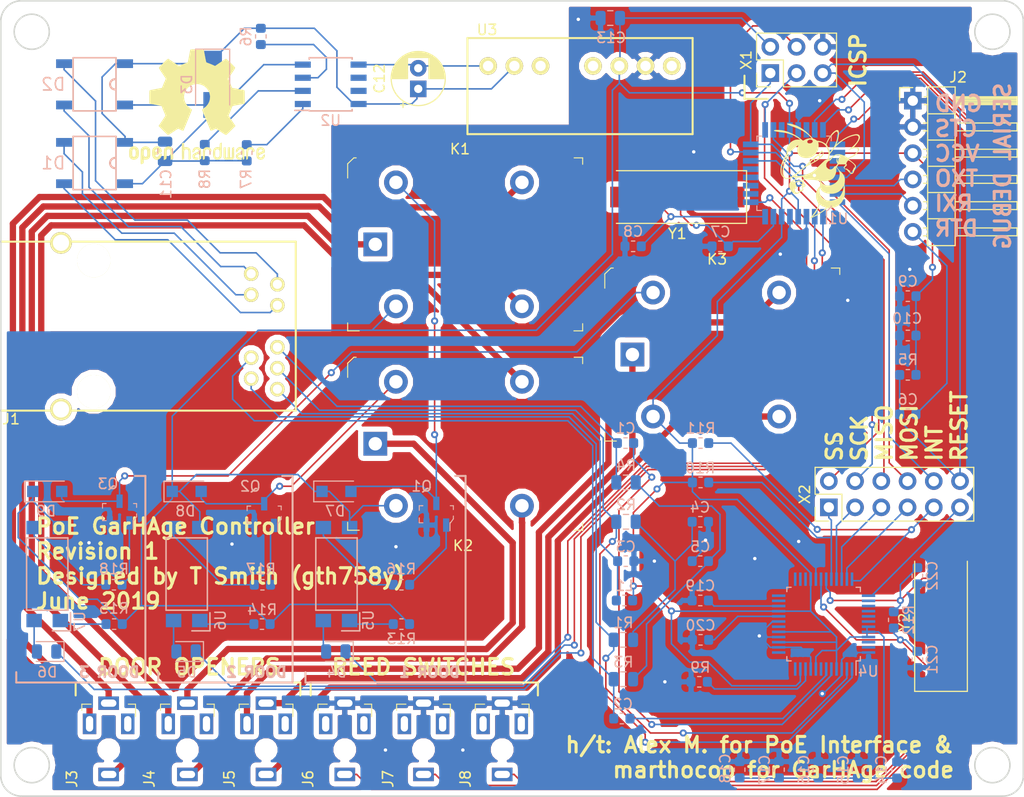
<source format=kicad_pcb>
(kicad_pcb (version 20171130) (host pcbnew "(5.0.2)-1")
  (layers (0 F.Cu signal hide) (31 B.Cu signal hide) (34 B.Paste user) (35 F.Paste user) (36 B.SilkS user) (37 F.SilkS user) (38 B.Mask user) (39 F.Mask user) (44 Edge.Cuts user))
  (net 0 "")
  (net 1 GND)
  (net 2 "Net-(J3-Pad4)")
  (net 3 "Net-(J3-Pad3)")
  (net 4 "Net-(J3-Pad1)")
  (net 5 "Net-(J4-Pad1)")
  (net 6 "Net-(J4-Pad3)")
  (net 7 "Net-(J4-Pad4)")
  (net 8 "Net-(J5-Pad1)")
  (net 9 "Net-(J5-Pad3)")
  (net 10 "Net-(J5-Pad4)")
  (net 11 +3V3)
  (net 12 "Net-(Q1-Pad1)")
  (net 13 "Net-(Q2-Pad1)")
  (net 14 "Net-(Q3-Pad1)")
  (net 15 D2RELAY)
  (net 16 D3RELAY)
  (net 17 SS)
  (net 18 MOSI)
  (net 19 MISO)
  (net 20 SCK)
  (net 21 RXI)
  (net 22 TXO)
  (net 23 D1RELAY)
  (net 24 "Net-(C1-Pad2)")
  (net 25 "Net-(C2-Pad2)")
  (net 26 "Net-(C3-Pad2)")
  (net 27 DTR)
  (net 28 "Net-(C7-Pad2)")
  (net 29 "Net-(J6-Pad1)")
  (net 30 "Net-(J7-Pad1)")
  (net 31 "Net-(J8-Pad1)")
  (net 32 /W5100_Ethernet_Interface/TD+)
  (net 33 /W5100_Ethernet_Interface/TD-)
  (net 34 /W5100_Ethernet_Interface/RD+)
  (net 35 /W5100_Ethernet_Interface/RD-)
  (net 36 "Net-(R6-Pad2)")
  (net 37 "Net-(R7-Pad1)")
  (net 38 "Net-(R8-Pad1)")
  (net 39 "Net-(R15-Pad1)")
  (net 40 /PoE_PD_Interface/VC12)
  (net 41 /PoE_PD_Interface/VC36)
  (net 42 /PoE_PD_Interface/VC45)
  (net 43 /PoE_PD_Interface/VC78)
  (net 44 "Net-(C4-Pad2)")
  (net 45 "Net-(C5-Pad2)")
  (net 46 RESET)
  (net 47 "Net-(C8-Pad1)")
  (net 48 "Net-(C11-Pad1)")
  (net 49 "Net-(C11-Pad2)")
  (net 50 "Net-(C12-Pad2)")
  (net 51 "Net-(C19-Pad1)")
  (net 52 "Net-(C21-Pad2)")
  (net 53 "Net-(C22-Pad2)")
  (net 54 "Net-(D4-Pad2)")
  (net 55 "Net-(D5-Pad2)")
  (net 56 "Net-(D6-Pad2)")
  (net 57 "Net-(D7-Pad2)")
  (net 58 "Net-(D8-Pad2)")
  (net 59 "Net-(D9-Pad2)")
  (net 60 "Net-(R9-Pad2)")
  (net 61 "Net-(R13-Pad1)")
  (net 62 "Net-(R14-Pad1)")
  (net 63 "Net-(R16-Pad2)")
  (net 64 "Net-(R17-Pad2)")
  (net 65 "Net-(R18-Pad2)")
  (net 66 INT)
  (net 67 "Net-(C20-Pad1)")
  (net 68 W_CS)
  (net 69 W_INT)
  (net 70 W_RESET)
  (net 71 W_SCLK)
  (net 72 W_MISO)
  (net 73 W_MOSI)
  (module Package_QFP:LQFP-48_7x7mm_P0.5mm (layer B.Cu) (at 200.66 101.346 90)
    (fp_text reference U4 (at -4.572 4.318 180) (layer B.SilkS) (effects (justify mirror)))
    (fp_text value W5500)
    (pad 48 smd rect (at -2.75 4.35) (size 1.3 0.25) (layers B.Cu B.Paste B.Mask) (net 1 GND))
    (pad 47 smd rect (at -2.25 4.35) (size 1.3 0.25) (layers B.Cu B.Paste B.Mask))
    (pad 46 smd rect (at -1.75 4.35) (size 1.3 0.25) (layers B.Cu B.Paste B.Mask))
    (pad 45 smd rect (at -1.25 4.35) (size 1.3 0.25) (layers B.Cu B.Paste B.Mask) (net 11 +3V3))
    (pad 44 smd rect (at -0.75 4.35) (size 1.3 0.25) (layers B.Cu B.Paste B.Mask) (net 11 +3V3))
    (pad 43 smd rect (at -0.25 4.35) (size 1.3 0.25) (layers B.Cu B.Paste B.Mask) (net 11 +3V3))
    (pad 42 smd rect (at 0.25 4.35) (size 1.3 0.25) (layers B.Cu B.Paste B.Mask))
    (pad 41 smd rect (at 0.75 4.35) (size 1.3 0.25) (layers B.Cu B.Paste B.Mask))
    (pad 40 smd rect (at 1.25 4.35) (size 1.3 0.25) (layers B.Cu B.Paste B.Mask))
    (pad 39 smd rect (at 1.75 4.35) (size 1.3 0.25) (layers B.Cu B.Paste B.Mask))
    (pad 38 smd rect (at 2.25 4.35) (size 1.3 0.25) (layers B.Cu B.Paste B.Mask))
    (pad 37 smd rect (at 2.75 4.35) (size 1.3 0.25) (layers B.Cu B.Paste B.Mask) (net 70 W_RESET))
    (pad 36 smd rect (at 4.35 2.75 90) (size 1.3 0.25) (layers B.Cu B.Paste B.Mask) (net 69 W_INT))
    (pad 35 smd rect (at 4.35 2.25 90) (size 1.3 0.25) (layers B.Cu B.Paste B.Mask) (net 73 W_MOSI))
    (pad 34 smd rect (at 4.35 1.75 90) (size 1.3 0.25) (layers B.Cu B.Paste B.Mask) (net 72 W_MISO))
    (pad 33 smd rect (at 4.35 1.25 90) (size 1.3 0.25) (layers B.Cu B.Paste B.Mask) (net 71 W_SCLK))
    (pad 32 smd rect (at 4.35 0.75 90) (size 1.3 0.25) (layers B.Cu B.Paste B.Mask) (net 68 W_CS))
    (pad 31 smd rect (at 4.35 0.25 90) (size 1.3 0.25) (layers B.Cu B.Paste B.Mask) (net 53 "Net-(C22-Pad2)"))
    (pad 30 smd rect (at 4.35 -0.25 90) (size 1.3 0.25) (layers B.Cu B.Paste B.Mask) (net 52 "Net-(C21-Pad2)"))
    (pad 29 smd rect (at 4.35 -0.75 90) (size 1.3 0.25) (layers B.Cu B.Paste B.Mask) (net 1 GND))
    (pad 28 smd rect (at 4.35 -1.25 90) (size 1.3 0.25) (layers B.Cu B.Paste B.Mask) (net 11 +3V3))
    (pad 27 smd rect (at 4.35 -1.75 90) (size 1.3 0.25) (layers B.Cu B.Paste B.Mask))
    (pad 26 smd rect (at 4.35 -2.25 90) (size 1.3 0.25) (layers B.Cu B.Paste B.Mask))
    (pad 25 smd rect (at 4.35 -2.75 90) (size 1.3 0.25) (layers B.Cu B.Paste B.Mask))
    (pad 24 smd rect (at 2.75 -4.35) (size 1.3 0.25) (layers B.Cu B.Paste B.Mask))
    (pad 23 smd rect (at 2.25 -4.35) (size 1.3 0.25) (layers B.Cu B.Paste B.Mask))
    (pad 22 smd rect (at 1.75 -4.35) (size 1.3 0.25) (layers B.Cu B.Paste B.Mask) (net 51 "Net-(C19-Pad1)"))
    (pad 21 smd rect (at 1.25 -4.35) (size 1.3 0.25) (layers B.Cu B.Paste B.Mask) (net 11 +3V3))
    (pad 20 smd rect (at 0.75 -4.35) (size 1.3 0.25) (layers B.Cu B.Paste B.Mask) (net 67 "Net-(C20-Pad1)"))
    (pad 19 smd rect (at 0.25 -4.35) (size 1.3 0.25) (layers B.Cu B.Paste B.Mask) (net 1 GND))
    (pad 18 smd rect (at -0.25 -4.35) (size 1.3 0.25) (layers B.Cu B.Paste B.Mask))
    (pad 17 smd rect (at -0.75 -4.35) (size 1.3 0.25) (layers B.Cu B.Paste B.Mask) (net 11 +3V3))
    (pad 16 smd rect (at -1.25 -4.35) (size 1.3 0.25) (layers B.Cu B.Paste B.Mask) (net 1 GND))
    (pad 15 smd rect (at -1.75 -4.35) (size 1.3 0.25) (layers B.Cu B.Paste B.Mask) (net 11 +3V3))
    (pad 14 smd rect (at -2.25 -4.35) (size 1.3 0.25) (layers B.Cu B.Paste B.Mask) (net 1 GND))
    (pad 13 smd rect (at -2.75 -4.35) (size 1.3 0.25) (layers B.Cu B.Paste B.Mask))
    (pad 12 smd rect (at -4.35 -2.75 90) (size 1.3 0.25) (layers B.Cu B.Paste B.Mask))
    (pad 11 smd rect (at -4.35 -2.25 90) (size 1.3 0.25) (layers B.Cu B.Paste B.Mask) (net 11 +3V3))
    (pad 10 smd rect (at -4.35 -1.75 90) (size 1.3 0.25) (layers B.Cu B.Paste B.Mask) (net 60 "Net-(R9-Pad2)"))
    (pad 9 smd rect (at -4.35 -1.25 90) (size 1.3 0.25) (layers B.Cu B.Paste B.Mask) (net 1 GND))
    (pad 8 smd rect (at -4.35 -0.75 90) (size 1.3 0.25) (layers B.Cu B.Paste B.Mask) (net 11 +3V3))
    (pad 7 smd rect (at -4.35 -0.25 90) (size 1.3 0.25) (layers B.Cu B.Paste B.Mask))
    (pad 6 smd rect (at -4.35 0.25 90) (size 1.3 0.25) (layers B.Cu B.Paste B.Mask) (net 34 /W5100_Ethernet_Interface/RD+))
    (pad 5 smd rect (at -4.35 0.75 90) (size 1.3 0.25) (layers B.Cu B.Paste B.Mask) (net 35 /W5100_Ethernet_Interface/RD-))
    (pad 4 smd rect (at -4.35 1.25 90) (size 1.3 0.25) (layers B.Cu B.Paste B.Mask) (net 11 +3V3))
    (pad 3 smd rect (at -4.35 1.75 90) (size 1.3 0.25) (layers B.Cu B.Paste B.Mask) (net 1 GND))
    (pad 2 smd rect (at -4.35 2.25 90) (size 1.3 0.25) (layers B.Cu B.Paste B.Mask) (net 32 /W5100_Ethernet_Interface/TD+))
    (pad 1 smd rect (at -4.35 2.75 90) (size 1.3 0.25) (layers B.Cu B.Paste B.Mask) (net 33 /W5100_Ethernet_Interface/TD-))
  )
  (module digikey-footprints:Headphone_Jack_2.5mm_SJ1-2503A (layer F.Cu) (at 131.445 113.5 90)
    (fp_text reference J3 (at -2.832 -3.556 90) (layer F.SilkS))
    (fp_text value SJ1-2503A)
    (pad "" np_thru_hole circle (at 0 0 90) (size 1.2 1.2) (drill 1.2) (layers *.Cu *.Mask))
    (pad 4 thru_hole rect (at 4.5 0 90) (size 1.3 2) (drill oval 0.7 1.5) (layers *.Cu *.Mask) (net 2 "Net-(J3-Pad4)"))
    (pad 3 thru_hole rect (at 2.5 -1.85 90) (size 2 1.3) (drill oval 1.5 0.7) (layers *.Cu *.Mask) (net 3 "Net-(J3-Pad3)"))
    (pad 2 thru_hole rect (at 2.5 1.85 90) (size 2 1.3) (drill oval 1.5 0.7) (layers *.Cu *.Mask))
    (pad 1 thru_hole rect (at -2.4 0 90) (size 1.3 2) (drill oval 0.7 1.5) (layers *.Cu *.Mask) (net 4 "Net-(J3-Pad1)"))
  )
  (module Capacitor_SMD:C_0603_1608Metric (layer B.Cu) (at 192.532 115.443 90)
    (fp_text reference C18 (at 0.127 -1.397 90) (layer B.SilkS) (effects (justify mirror)))
    (fp_text value 100n)
    (pad 1 smd roundrect (at -0.7875 0 90) (size 0.875 0.95) (layers B.Cu B.Paste B.Mask) (net 11 +3V3))
    (pad 2 smd roundrect (at 0.7875 0 90) (size 0.875 0.95) (layers B.Cu B.Paste B.Mask) (net 1 GND))
  )
  (module Capacitor_SMD:C_0603_1608Metric (layer B.Cu) (at 196.342 115.443 90)
    (fp_text reference C17 (at 0 -1.397 90) (layer B.SilkS) (effects (justify mirror)))
    (fp_text value 100n)
    (pad 2 smd roundrect (at 0.7875 0 90) (size 0.875 0.95) (layers B.Cu B.Paste B.Mask) (net 1 GND))
    (pad 1 smd roundrect (at -0.7875 0 90) (size 0.875 0.95) (layers B.Cu B.Paste B.Mask) (net 11 +3V3))
  )
  (module Resistor_SMD:R_0603_1608Metric (layer B.Cu) (at 188.6205 106.934)
    (fp_text reference R9 (at 0.1015 -1.397) (layer B.SilkS) (effects (justify mirror)))
    (fp_text value 12.4k)
    (pad 2 smd roundrect (at 0.7875 0) (size 0.875 0.95) (layers B.Cu B.Paste B.Mask) (net 60 "Net-(R9-Pad2)"))
    (pad 1 smd roundrect (at -0.7875 0) (size 0.875 0.95) (layers B.Cu B.Paste B.Mask) (net 1 GND))
  )
  (module Capacitor_SMD:C_0603_1608Metric (layer B.Cu) (at 200.152 115.443 90)
    (fp_text reference C16 (at 0 -1.397 90) (layer B.SilkS) (effects (justify mirror)))
    (fp_text value 100n)
    (pad 1 smd roundrect (at -0.7875 0 90) (size 0.875 0.95) (layers B.Cu B.Paste B.Mask) (net 11 +3V3))
    (pad 2 smd roundrect (at 0.7875 0 90) (size 0.875 0.95) (layers B.Cu B.Paste B.Mask) (net 1 GND))
  )
  (module Capacitor_SMD:C_0603_1608Metric (layer B.Cu) (at 207.772 115.4685 90)
    (fp_text reference C14 (at 0 -1.522 90) (layer B.SilkS) (effects (justify mirror)))
    (fp_text value 100n)
    (pad 2 smd roundrect (at 0.7875 0 90) (size 0.875 0.95) (layers B.Cu B.Paste B.Mask) (net 1 GND))
    (pad 1 smd roundrect (at -0.7875 0 90) (size 0.875 0.95) (layers B.Cu B.Paste B.Mask) (net 11 +3V3))
  )
  (module Capacitor_SMD:C_0603_1608Metric (layer B.Cu) (at 203.962 115.443 90)
    (fp_text reference C15 (at -0.0255 -1.397 90) (layer B.SilkS) (effects (justify mirror)))
    (fp_text value 100n)
    (pad 1 smd roundrect (at -0.7875 0 90) (size 0.875 0.95) (layers B.Cu B.Paste B.Mask) (net 11 +3V3))
    (pad 2 smd roundrect (at 0.7875 0 90) (size 0.875 0.95) (layers B.Cu B.Paste B.Mask) (net 1 GND))
  )
  (module tyler_components:0813-1X1T-57-F_RJ45-Jack (layer F.Cu) (at 130 72.5 90)
    (fp_text reference J1 (at -9 -8 180) (layer F.SilkS))
    (fp_text value 0813-1X1T-57-F)
    (pad "" np_thru_hole circle (at -6.35 0 90) (size 3.25 3.25) (drill 3.25) (layers *.Cu *.Mask F.SilkS))
    (pad "" np_thru_hole circle (at 6.35 0 90) (size 3.25 3.25) (drill 3.25) (layers *.Cu *.Mask F.SilkS))
    (pad "" thru_hole circle (at 8.065 -3.17 90) (size 2.1 2.1) (drill 1.57) (layers *.Cu *.Mask F.SilkS))
    (pad "" thru_hole circle (at -8.065 -3.17 90) (size 2.1 2.1) (drill 1.57) (layers *.Cu *.Mask F.SilkS))
    (pad 1 thru_hole circle (at -5.08 15.24 90) (size 1.4 1.4) (drill 0.89) (layers *.Cu *.Mask F.SilkS) (net 32 /W5100_Ethernet_Interface/TD+))
    (pad 2 thru_hole circle (at -3.05 15.24 90) (size 1.4 1.4) (drill 0.89) (layers *.Cu *.Mask F.SilkS) (net 25 "Net-(C2-Pad2)"))
    (pad 5 thru_hole circle (at 3.04 15.24 90) (size 1.4 1.4) (drill 0.89) (layers *.Cu *.Mask F.SilkS) (net 40 /PoE_PD_Interface/VC12))
    (pad 6 thru_hole circle (at 5.07 15.24 90) (size 1.4 1.4) (drill 0.89) (layers *.Cu *.Mask F.SilkS) (net 42 /PoE_PD_Interface/VC45))
    (pad 7 thru_hole circle (at -6.1 17.78 90) (size 1.4 1.4) (drill 0.89) (layers *.Cu *.Mask F.SilkS) (net 26 "Net-(C3-Pad2)"))
    (pad 8 thru_hole circle (at -4.07 17.78 90) (size 1.4 1.4) (drill 0.89) (layers *.Cu *.Mask F.SilkS) (net 33 /W5100_Ethernet_Interface/TD-))
    (pad 9 thru_hole circle (at -2.04 17.78 90) (size 1.4 1.4) (drill 0.89) (layers *.Cu *.Mask F.SilkS) (net 24 "Net-(C1-Pad2)"))
    (pad 10 thru_hole circle (at 2.02 17.78 90) (size 1.4 1.4) (drill 0.89) (layers *.Cu *.Mask F.SilkS) (net 41 /PoE_PD_Interface/VC36))
    (pad 11 thru_hole circle (at 4.05 17.78 90) (size 1.4 1.4) (drill 0.89) (layers *.Cu *.Mask F.SilkS) (net 43 /PoE_PD_Interface/VC78))
  )
  (module tyler_components:DIP-4_SMD_GullWing (layer B.Cu) (at 139 96.5 90)
    (fp_text reference U6 (at -4.465 3.27 90) (layer B.SilkS) (effects (justify mirror)))
    (fp_text value LTV-817S)
    (pad 3 smd rect (at 4.5 -1.27 90) (size 1.3 1.5) (layers B.Cu B.Paste B.Mask) (net 64 "Net-(R17-Pad2)"))
    (pad 4 smd rect (at 4.5 1.27 90) (size 1.3 1.5) (layers B.Cu B.Paste B.Mask) (net 11 +3V3))
    (pad 2 smd rect (at -4.5 -1.27 90) (size 1.3 1.5) (layers B.Cu B.Paste B.Mask) (net 55 "Net-(D5-Pad2)"))
    (pad 1 smd rect (at -4.5 1.27 90) (size 1.3 1.5) (layers B.Cu B.Paste B.Mask) (net 62 "Net-(R14-Pad1)"))
  )
  (module digikey-footprints:Relay_THT_G5LE-14 (layer F.Cu) (at 157.258 83.886)
    (fp_text reference K2 (at 8.492 9.864) (layer F.SilkS))
    (fp_text value G5LE-14_DC3)
    (pad 4 thru_hole circle (at 14.2 -6) (size 2.3 2.3) (drill 1.3) (layers *.Cu *.Mask) (net 6 "Net-(J4-Pad3)"))
    (pad 3 thru_hole circle (at 14.2 6) (size 2.3 2.3) (drill 1.3) (layers *.Cu *.Mask) (net 5 "Net-(J4-Pad1)"))
    (pad 5 thru_hole circle (at 2 -6) (size 2.3 2.3) (drill 1.3) (layers *.Cu *.Mask) (net 58 "Net-(D8-Pad2)"))
    (pad 2 thru_hole circle (at 2 6) (size 2.3 2.3) (drill 1.3) (layers *.Cu *.Mask) (net 11 +3V3))
    (pad 1 thru_hole rect (at 0 0) (size 2.3 2.3) (drill 1.3) (layers *.Cu *.Mask) (net 7 "Net-(J4-Pad4)"))
  )
  (module digikey-footprints:Relay_THT_G5LE-14 (layer F.Cu) (at 157.258 64.582)
    (fp_text reference K1 (at 8.2 -9.225) (layer F.SilkS))
    (fp_text value G5LE-14_DC3)
    (pad 1 thru_hole rect (at 0 0) (size 2.3 2.3) (drill 1.3) (layers *.Cu *.Mask) (net 2 "Net-(J3-Pad4)"))
    (pad 2 thru_hole circle (at 2 6) (size 2.3 2.3) (drill 1.3) (layers *.Cu *.Mask) (net 11 +3V3))
    (pad 5 thru_hole circle (at 2 -6) (size 2.3 2.3) (drill 1.3) (layers *.Cu *.Mask) (net 57 "Net-(D7-Pad2)"))
    (pad 3 thru_hole circle (at 14.2 6) (size 2.3 2.3) (drill 1.3) (layers *.Cu *.Mask) (net 4 "Net-(J3-Pad1)"))
    (pad 4 thru_hole circle (at 14.2 -6) (size 2.3 2.3) (drill 1.3) (layers *.Cu *.Mask) (net 3 "Net-(J3-Pad3)"))
  )
  (module digikey-footprints:Headphone_Jack_2.5mm_SJ1-2503A (layer F.Cu) (at 139.065 113.5 90)
    (fp_text reference J4 (at -2.832 -3.683 90) (layer F.SilkS))
    (fp_text value SJ1-2503A)
    (pad 1 thru_hole rect (at -2.4 0 90) (size 1.3 2) (drill oval 0.7 1.5) (layers *.Cu *.Mask) (net 5 "Net-(J4-Pad1)"))
    (pad 2 thru_hole rect (at 2.5 1.85 90) (size 2 1.3) (drill oval 1.5 0.7) (layers *.Cu *.Mask))
    (pad 3 thru_hole rect (at 2.5 -1.85 90) (size 2 1.3) (drill oval 1.5 0.7) (layers *.Cu *.Mask) (net 6 "Net-(J4-Pad3)"))
    (pad 4 thru_hole rect (at 4.5 0 90) (size 1.3 2) (drill oval 0.7 1.5) (layers *.Cu *.Mask) (net 7 "Net-(J4-Pad4)"))
    (pad "" np_thru_hole circle (at 0 0 90) (size 1.2 1.2) (drill 1.2) (layers *.Cu *.Mask))
  )
  (module digikey-footprints:Headphone_Jack_2.5mm_SJ1-2503A (layer F.Cu) (at 146.685 113.5 90)
    (fp_text reference J5 (at -2.832 -3.556 90) (layer F.SilkS))
    (fp_text value SJ1-2503A)
    (pad 1 thru_hole rect (at -2.4 0 90) (size 1.3 2) (drill oval 0.7 1.5) (layers *.Cu *.Mask) (net 8 "Net-(J5-Pad1)"))
    (pad 2 thru_hole rect (at 2.5 1.85 90) (size 2 1.3) (drill oval 1.5 0.7) (layers *.Cu *.Mask))
    (pad 3 thru_hole rect (at 2.5 -1.85 90) (size 2 1.3) (drill oval 1.5 0.7) (layers *.Cu *.Mask) (net 9 "Net-(J5-Pad3)"))
    (pad 4 thru_hole rect (at 4.5 0 90) (size 1.3 2) (drill oval 0.7 1.5) (layers *.Cu *.Mask) (net 10 "Net-(J5-Pad4)"))
    (pad "" np_thru_hole circle (at 0 0 90) (size 1.2 1.2) (drill 1.2) (layers *.Cu *.Mask))
  )
  (module digikey-footprints:Relay_THT_G5LE-14 (layer F.Cu) (at 182.15 75.25)
    (fp_text reference K3 (at 8.2 -9.225) (layer F.SilkS))
    (fp_text value G5LE-14_DC3)
    (pad 1 thru_hole rect (at 0 0) (size 2.3 2.3) (drill 1.3) (layers *.Cu *.Mask) (net 10 "Net-(J5-Pad4)"))
    (pad 2 thru_hole circle (at 2 6) (size 2.3 2.3) (drill 1.3) (layers *.Cu *.Mask) (net 11 +3V3))
    (pad 5 thru_hole circle (at 2 -6) (size 2.3 2.3) (drill 1.3) (layers *.Cu *.Mask) (net 59 "Net-(D9-Pad2)"))
    (pad 3 thru_hole circle (at 14.2 6) (size 2.3 2.3) (drill 1.3) (layers *.Cu *.Mask) (net 8 "Net-(J5-Pad1)"))
    (pad 4 thru_hole circle (at 14.2 -6) (size 2.3 2.3) (drill 1.3) (layers *.Cu *.Mask) (net 9 "Net-(J5-Pad3)"))
  )
  (module digikey-footprints:SOT-23-3 (layer B.Cu) (at 163.166 90.71 90)
    (fp_text reference Q1 (at 2.71 -1.416) (layer B.SilkS) (effects (justify mirror)))
    (fp_text value BC846B_215)
    (pad 3 smd rect (at 1.05 0 90) (size 1.3 0.6) (layers B.Cu B.Paste B.Mask) (net 57 "Net-(D7-Pad2)"))
    (pad 2 smd rect (at -1.05 -0.95 90) (size 1.3 0.6) (layers B.Cu B.Paste B.Mask) (net 1 GND))
    (pad 1 smd rect (at -1.05 0.95 90) (size 1.3 0.6) (layers B.Cu B.Paste B.Mask) (net 12 "Net-(Q1-Pad1)"))
  )
  (module digikey-footprints:SOT-23-3 (layer B.Cu) (at 146.5 90.744 90)
    (fp_text reference Q2 (at 2.744 -1.344 180) (layer B.SilkS) (effects (justify mirror)))
    (fp_text value BC846B_215)
    (pad 1 smd rect (at -1.05 0.95 90) (size 1.3 0.6) (layers B.Cu B.Paste B.Mask) (net 13 "Net-(Q2-Pad1)"))
    (pad 2 smd rect (at -1.05 -0.95 90) (size 1.3 0.6) (layers B.Cu B.Paste B.Mask) (net 1 GND))
    (pad 3 smd rect (at 1.05 0 90) (size 1.3 0.6) (layers B.Cu B.Paste B.Mask) (net 58 "Net-(D8-Pad2)"))
  )
  (module digikey-footprints:SOT-23-3 (layer B.Cu) (at 132.5 90.5 90)
    (fp_text reference Q3 (at 2.74 -1.128 180) (layer B.SilkS) (effects (justify mirror)))
    (fp_text value BC846B_215)
    (pad 3 smd rect (at 1.05 0 90) (size 1.3 0.6) (layers B.Cu B.Paste B.Mask) (net 59 "Net-(D9-Pad2)"))
    (pad 2 smd rect (at -1.05 -0.95 90) (size 1.3 0.6) (layers B.Cu B.Paste B.Mask) (net 1 GND))
    (pad 1 smd rect (at -1.05 0.95 90) (size 1.3 0.6) (layers B.Cu B.Paste B.Mask) (net 14 "Net-(Q3-Pad1)"))
  )
  (module digikey-footprints:TQFP-32_7x7mm (layer B.Cu) (at 197.8 57.7 90)
    (fp_text reference U1 (at -4.403 4.257 180) (layer B.SilkS) (effects (justify mirror)))
    (fp_text value ATMEGA328P-AU)
    (pad 9 smd rect (at -2.8 -4.2 90) (size 0.55 1.5) (layers B.Cu B.Paste B.Mask) (net 23 D1RELAY))
    (pad 1 smd rect (at -4.2 2.8 90) (size 1.5 0.55) (layers B.Cu B.Paste B.Mask) (net 16 D3RELAY))
    (pad 2 smd rect (at -4.2 2 90) (size 1.5 0.55) (layers B.Cu B.Paste B.Mask) (net 15 D2RELAY))
    (pad 3 smd rect (at -4.2 1.2 90) (size 1.5 0.55) (layers B.Cu B.Paste B.Mask) (net 1 GND))
    (pad 4 smd rect (at -4.2 0.4 90) (size 1.5 0.55) (layers B.Cu B.Paste B.Mask) (net 11 +3V3))
    (pad 5 smd rect (at -4.2 -0.4 90) (size 1.5 0.55) (layers B.Cu B.Paste B.Mask) (net 1 GND))
    (pad 6 smd rect (at -4.2 -1.2 90) (size 1.5 0.55) (layers B.Cu B.Paste B.Mask) (net 11 +3V3))
    (pad 7 smd rect (at -4.2 -2 90) (size 1.5 0.55) (layers B.Cu B.Paste B.Mask) (net 28 "Net-(C7-Pad2)"))
    (pad 8 smd rect (at -4.2 -2.8 90) (size 1.5 0.55) (layers B.Cu B.Paste B.Mask) (net 47 "Net-(C8-Pad1)"))
    (pad 10 smd rect (at -2 -4.2 90) (size 0.55 1.5) (layers B.Cu B.Paste B.Mask))
    (pad 11 smd rect (at -1.2 -4.2 90) (size 0.55 1.5) (layers B.Cu B.Paste B.Mask))
    (pad 12 smd rect (at -0.4 -4.2 90) (size 0.55 1.5) (layers B.Cu B.Paste B.Mask))
    (pad 13 smd rect (at 0.4 -4.2 90) (size 0.55 1.5) (layers B.Cu B.Paste B.Mask))
    (pad 14 smd rect (at 1.2 -4.2 90) (size 0.55 1.5) (layers B.Cu B.Paste B.Mask) (net 17 SS))
    (pad 15 smd rect (at 2 -4.2 90) (size 0.55 1.5) (layers B.Cu B.Paste B.Mask) (net 18 MOSI))
    (pad 16 smd rect (at 2.8 -4.2 90) (size 0.55 1.5) (layers B.Cu B.Paste B.Mask) (net 19 MISO))
    (pad 17 smd rect (at 4.2 -2.8 90) (size 1.5 0.55) (layers B.Cu B.Paste B.Mask) (net 20 SCK))
    (pad 18 smd rect (at 4.2 -2 90) (size 1.5 0.55) (layers B.Cu B.Paste B.Mask) (net 11 +3V3))
    (pad 19 smd rect (at 4.2 -1.2 90) (size 1.5 0.55) (layers B.Cu B.Paste B.Mask))
    (pad 20 smd rect (at 4.2 -0.4 90) (size 1.5 0.55) (layers B.Cu B.Paste B.Mask) (net 11 +3V3))
    (pad 21 smd rect (at 4.2 0.4 90) (size 1.5 0.55) (layers B.Cu B.Paste B.Mask) (net 1 GND))
    (pad 22 smd rect (at 4.2 1.2 90) (size 1.5 0.55) (layers B.Cu B.Paste B.Mask))
    (pad 23 smd rect (at 4.2 2 90) (size 1.5 0.55) (layers B.Cu B.Paste B.Mask) (net 29 "Net-(J6-Pad1)"))
    (pad 24 smd rect (at 4.2 2.8 90) (size 1.5 0.55) (layers B.Cu B.Paste B.Mask) (net 30 "Net-(J7-Pad1)"))
    (pad 25 smd rect (at 2.8 4.2 90) (size 0.55 1.5) (layers B.Cu B.Paste B.Mask) (net 31 "Net-(J8-Pad1)"))
    (pad 26 smd rect (at 2 4.2 90) (size 0.55 1.5) (layers B.Cu B.Paste B.Mask))
    (pad 27 smd rect (at 1.2 4.2 90) (size 0.55 1.5) (layers B.Cu B.Paste B.Mask))
    (pad 28 smd rect (at 0.4 4.2 90) (size 0.55 1.5) (layers B.Cu B.Paste B.Mask))
    (pad 29 smd rect (at -0.4 4.2 90) (size 0.55 1.5) (layers B.Cu B.Paste B.Mask) (net 46 RESET))
    (pad 30 smd rect (at -1.2 4.2 90) (size 0.55 1.5) (layers B.Cu B.Paste B.Mask) (net 21 RXI))
    (pad 31 smd rect (at -2 4.2 90) (size 0.55 1.5) (layers B.Cu B.Paste B.Mask) (net 22 TXO))
    (pad 32 smd rect (at -2.8 4.2 90) (size 0.55 1.5) (layers B.Cu B.Paste B.Mask) (net 66 INT))
  )
  (module Capacitor_SMD:C_0603_1608Metric (layer B.Cu) (at 181.483 83.82 180)
    (fp_text reference C1 (at 0 1.43 180) (layer B.SilkS) (effects (justify mirror)))
    (fp_text value 10n)
    (pad 2 smd roundrect (at 0.7875 0 180) (size 0.875 0.95) (layers B.Cu B.Paste B.Mask) (net 24 "Net-(C1-Pad2)"))
    (pad 1 smd roundrect (at -0.7875 0 180) (size 0.875 0.95) (layers B.Cu B.Paste B.Mask) (net 35 /W5100_Ethernet_Interface/RD-))
  )
  (module Capacitor_SMD:C_0603_1608Metric (layer B.Cu) (at 181.1275 110.49 180)
    (fp_text reference C2 (at -0.1015 1.397 180) (layer B.SilkS) (effects (justify mirror)))
    (fp_text value 10n)
    (pad 2 smd roundrect (at 0.7875 0 180) (size 0.875 0.95) (layers B.Cu B.Paste B.Mask) (net 25 "Net-(C2-Pad2)"))
    (pad 1 smd roundrect (at -0.7875 0 180) (size 0.875 0.95) (layers B.Cu B.Paste B.Mask) (net 34 /W5100_Ethernet_Interface/RD+))
  )
  (module Capacitor_SMD:C_0603_1608Metric (layer B.Cu) (at 181.5085 95.25 180)
    (fp_text reference C3 (at 0 1.397 180) (layer B.SilkS) (effects (justify mirror)))
    (fp_text value 100n)
    (pad 1 smd roundrect (at -0.7875 0 180) (size 0.875 0.95) (layers B.Cu B.Paste B.Mask) (net 1 GND))
    (pad 2 smd roundrect (at 0.7875 0 180) (size 0.875 0.95) (layers B.Cu B.Paste B.Mask) (net 26 "Net-(C3-Pad2)"))
  )
  (module Capacitor_SMD:C_0603_1608Metric (layer B.Cu) (at 188.722 91.44 180)
    (fp_text reference C4 (at 0.0255 1.397 180) (layer B.SilkS) (effects (justify mirror)))
    (fp_text value 100n)
    (pad 2 smd roundrect (at 0.7875 0 180) (size 0.875 0.95) (layers B.Cu B.Paste B.Mask) (net 44 "Net-(C4-Pad2)"))
    (pad 1 smd roundrect (at -0.7875 0 180) (size 0.875 0.95) (layers B.Cu B.Paste B.Mask) (net 1 GND))
  )
  (module Capacitor_SMD:C_0603_1608Metric (layer B.Cu) (at 188.722 95.25)
    (fp_text reference C5 (at 0 -1.397) (layer B.SilkS) (effects (justify mirror)))
    (fp_text value 100n)
    (pad 2 smd roundrect (at 0.7875 0) (size 0.875 0.95) (layers B.Cu B.Paste B.Mask) (net 45 "Net-(C5-Pad2)"))
    (pad 1 smd roundrect (at -0.7875 0) (size 0.875 0.95) (layers B.Cu B.Paste B.Mask) (net 1 GND))
  )
  (module Capacitor_SMD:C_0603_1608Metric (layer B.Cu) (at 208.8135 81.026 180)
    (fp_text reference C6 (at 0 1.43 180) (layer B.SilkS) (effects (justify mirror)))
    (fp_text value 100n)
    (pad 1 smd roundrect (at -0.7875 0 180) (size 0.875 0.95) (layers B.Cu B.Paste B.Mask) (net 27 DTR))
    (pad 2 smd roundrect (at 0.7875 0 180) (size 0.875 0.95) (layers B.Cu B.Paste B.Mask) (net 46 RESET))
  )
  (module Capacitor_SMD:C_0603_1608Metric (layer B.Cu) (at 208.8135 73.406 180)
    (fp_text reference C10 (at 0.0635 1.656 180) (layer B.SilkS) (effects (justify mirror)))
    (fp_text value 100n)
    (pad 2 smd roundrect (at 0.7875 0 180) (size 0.875 0.95) (layers B.Cu B.Paste B.Mask) (net 1 GND))
    (pad 1 smd roundrect (at -0.7875 0 180) (size 0.875 0.95) (layers B.Cu B.Paste B.Mask) (net 11 +3V3))
  )
  (module Diode_SMD:D_SMA (layer B.Cu) (at 141.51 49.088 270)
    (fp_text reference D3 (at 0 2.5 270) (layer B.SilkS) (effects (justify mirror)))
    (fp_text value SMAJ58A)
    (pad 1 smd rect (at -2 0 270) (size 2.5 1.8) (layers B.Cu B.Paste B.Mask) (net 48 "Net-(C11-Pad1)"))
    (pad 2 smd rect (at 2 0 270) (size 2.5 1.8) (layers B.Cu B.Paste B.Mask) (net 49 "Net-(C11-Pad2)"))
  )
  (module digikey-footprints:Headphone_Jack_2.5mm_SJ1-2503A (layer F.Cu) (at 154.305 113.5 90)
    (fp_text reference J6 (at -2.832 -3.556 90) (layer F.SilkS))
    (fp_text value SJ1-2503A)
    (pad 1 thru_hole rect (at -2.4 0 90) (size 1.3 2) (drill oval 0.7 1.5) (layers *.Cu *.Mask) (net 29 "Net-(J6-Pad1)"))
    (pad 2 thru_hole rect (at 2.5 1.85 90) (size 2 1.3) (drill oval 1.5 0.7) (layers *.Cu *.Mask))
    (pad 3 thru_hole rect (at 2.5 -1.85 90) (size 2 1.3) (drill oval 1.5 0.7) (layers *.Cu *.Mask))
    (pad 4 thru_hole rect (at 4.5 0 90) (size 1.3 2) (drill oval 0.7 1.5) (layers *.Cu *.Mask) (net 1 GND))
    (pad "" np_thru_hole circle (at 0 0 90) (size 1.2 1.2) (drill 1.2) (layers *.Cu *.Mask))
  )
  (module digikey-footprints:Headphone_Jack_2.5mm_SJ1-2503A (layer F.Cu) (at 161.925 113.5 90)
    (fp_text reference J7 (at -2.832 -3.429 90) (layer F.SilkS))
    (fp_text value SJ1-2503A)
    (pad "" np_thru_hole circle (at 0 0 90) (size 1.2 1.2) (drill 1.2) (layers *.Cu *.Mask))
    (pad 4 thru_hole rect (at 4.5 0 90) (size 1.3 2) (drill oval 0.7 1.5) (layers *.Cu *.Mask) (net 1 GND))
    (pad 3 thru_hole rect (at 2.5 -1.85 90) (size 2 1.3) (drill oval 1.5 0.7) (layers *.Cu *.Mask))
    (pad 2 thru_hole rect (at 2.5 1.85 90) (size 2 1.3) (drill oval 1.5 0.7) (layers *.Cu *.Mask))
    (pad 1 thru_hole rect (at -2.4 0 90) (size 1.3 2) (drill oval 0.7 1.5) (layers *.Cu *.Mask) (net 30 "Net-(J7-Pad1)"))
  )
  (module digikey-footprints:Headphone_Jack_2.5mm_SJ1-2503A (layer F.Cu) (at 169.545 113.5 90)
    (fp_text reference J8 (at -2.832 -3.556 90) (layer F.SilkS))
    (fp_text value SJ1-2503A)
    (pad 1 thru_hole rect (at -2.4 0 90) (size 1.3 2) (drill oval 0.7 1.5) (layers *.Cu *.Mask) (net 31 "Net-(J8-Pad1)"))
    (pad 2 thru_hole rect (at 2.5 1.85 90) (size 2 1.3) (drill oval 1.5 0.7) (layers *.Cu *.Mask))
    (pad 3 thru_hole rect (at 2.5 -1.85 90) (size 2 1.3) (drill oval 1.5 0.7) (layers *.Cu *.Mask))
    (pad 4 thru_hole rect (at 4.5 0 90) (size 1.3 2) (drill oval 0.7 1.5) (layers *.Cu *.Mask) (net 1 GND))
    (pad "" np_thru_hole circle (at 0 0 90) (size 1.2 1.2) (drill 1.2) (layers *.Cu *.Mask))
  )
  (module Capacitor_SMD:C_0603_1608Metric (layer B.Cu) (at 181.3815 99.06 180)
    (fp_text reference L1 (at 0 1.43 180) (layer B.SilkS) (effects (justify mirror)))
    (fp_text value 1uH)
    (pad 2 smd roundrect (at 0.7875 0 180) (size 0.875 0.95) (layers B.Cu B.Paste B.Mask) (net 26 "Net-(C3-Pad2)"))
    (pad 1 smd roundrect (at -0.7875 0 180) (size 0.875 0.95) (layers B.Cu B.Paste B.Mask) (net 11 +3V3))
  )
  (module Resistor_SMD:R_0805_2012Metric (layer B.Cu) (at 181.2775 102.87 180)
    (fp_text reference R1 (at 0 1.65 180) (layer B.SilkS) (effects (justify mirror)))
    (fp_text value 49.9)
    (pad 2 smd roundrect (at 0.9375 0 180) (size 0.975 1.4) (layers B.Cu B.Paste B.Mask) (net 32 /W5100_Ethernet_Interface/TD+))
    (pad 1 smd roundrect (at -0.9375 0 180) (size 0.975 1.4) (layers B.Cu B.Paste B.Mask) (net 44 "Net-(C4-Pad2)"))
  )
  (module Resistor_SMD:R_0805_2012Metric (layer B.Cu) (at 181.5315 91.44 180)
    (fp_text reference R2 (at 0 1.65 180) (layer B.SilkS) (effects (justify mirror)))
    (fp_text value 49.9)
    (pad 1 smd roundrect (at -0.9375 0 180) (size 0.975 1.4) (layers B.Cu B.Paste B.Mask) (net 44 "Net-(C4-Pad2)"))
    (pad 2 smd roundrect (at 0.9375 0 180) (size 0.975 1.4) (layers B.Cu B.Paste B.Mask) (net 33 /W5100_Ethernet_Interface/TD-))
  )
  (module Resistor_SMD:R_0805_2012Metric (layer B.Cu) (at 181.2775 106.68 180)
    (fp_text reference R3 (at 0 1.65 180) (layer B.SilkS) (effects (justify mirror)))
    (fp_text value 49.9)
    (pad 1 smd roundrect (at -0.9375 0 180) (size 0.975 1.4) (layers B.Cu B.Paste B.Mask) (net 45 "Net-(C5-Pad2)"))
    (pad 2 smd roundrect (at 0.9375 0 180) (size 0.975 1.4) (layers B.Cu B.Paste B.Mask) (net 25 "Net-(C2-Pad2)"))
  )
  (module Resistor_SMD:R_0805_2012Metric (layer B.Cu) (at 181.5315 87.63 180)
    (fp_text reference R4 (at 0 1.65 180) (layer B.SilkS) (effects (justify mirror)))
    (fp_text value 49.9)
    (pad 2 smd roundrect (at 0.9375 0 180) (size 0.975 1.4) (layers B.Cu B.Paste B.Mask) (net 24 "Net-(C1-Pad2)"))
    (pad 1 smd roundrect (at -0.9375 0 180) (size 0.975 1.4) (layers B.Cu B.Paste B.Mask) (net 45 "Net-(C5-Pad2)"))
  )
  (module Resistor_SMD:R_0603_1608Metric (layer B.Cu) (at 208.8135 77.216)
    (fp_text reference R5 (at 0 -1.466 180) (layer B.SilkS) (effects (justify mirror)))
    (fp_text value 12k)
    (pad 1 smd roundrect (at -0.7875 0) (size 0.875 0.95) (layers B.Cu B.Paste B.Mask) (net 46 RESET))
    (pad 2 smd roundrect (at 0.7875 0) (size 0.875 0.95) (layers B.Cu B.Paste B.Mask) (net 11 +3V3))
  )
  (module Resistor_SMD:R_0603_1608Metric (layer B.Cu) (at 146.177 44.45 270)
    (fp_text reference R6 (at 0 1.43 270) (layer B.SilkS) (effects (justify mirror)))
    (fp_text value 24.9k)
    (pad 2 smd roundrect (at 0.7875 0 270) (size 0.875 0.95) (layers B.Cu B.Paste B.Mask) (net 36 "Net-(R6-Pad2)"))
    (pad 1 smd roundrect (at -0.7875 0 270) (size 0.875 0.95) (layers B.Cu B.Paste B.Mask) (net 48 "Net-(C11-Pad1)"))
  )
  (module Resistor_SMD:R_0603_1608Metric (layer B.Cu) (at 144.812 55.7175 270)
    (fp_text reference R7 (at 2.5325 0.062 270) (layer B.SilkS) (effects (justify mirror)))
    (fp_text value 178k)
    (pad 1 smd roundrect (at -0.7875 0 270) (size 0.875 0.95) (layers B.Cu B.Paste B.Mask) (net 37 "Net-(R7-Pad1)"))
    (pad 2 smd roundrect (at 0.7875 0 270) (size 0.875 0.95) (layers B.Cu B.Paste B.Mask) (net 49 "Net-(C11-Pad2)"))
  )
  (module Resistor_SMD:R_0603_1608Metric (layer B.Cu) (at 140.748 55.692 270)
    (fp_text reference R8 (at 2.558 -0.002 270) (layer B.SilkS) (effects (justify mirror)))
    (fp_text value 4420)
    (pad 2 smd roundrect (at 0.7875 0 270) (size 0.875 0.95) (layers B.Cu B.Paste B.Mask) (net 49 "Net-(C11-Pad2)"))
    (pad 1 smd roundrect (at -0.7875 0 270) (size 0.875 0.95) (layers B.Cu B.Paste B.Mask) (net 38 "Net-(R8-Pad1)"))
  )
  (module Resistor_SMD:R_0603_1608Metric (layer B.Cu) (at 131.9785 101.346)
    (fp_text reference R15 (at -0.0255 -1.524) (layer B.SilkS) (effects (justify mirror)))
    (fp_text value 1k)
    (pad 2 smd roundrect (at 0.7875 0) (size 0.875 0.95) (layers B.Cu B.Paste B.Mask) (net 11 +3V3))
    (pad 1 smd roundrect (at -0.7875 0) (size 0.875 0.95) (layers B.Cu B.Paste B.Mask) (net 39 "Net-(R15-Pad1)"))
  )
  (module Resistor_SMD:R_0603_1608Metric (layer B.Cu) (at 159.7915 97.536 180)
    (fp_text reference R16 (at 0.0255 1.524 180) (layer B.SilkS) (effects (justify mirror)))
    (fp_text value 510)
    (pad 1 smd roundrect (at -0.7875 0 180) (size 0.875 0.95) (layers B.Cu B.Paste B.Mask) (net 12 "Net-(Q1-Pad1)"))
    (pad 2 smd roundrect (at 0.7875 0 180) (size 0.875 0.95) (layers B.Cu B.Paste B.Mask) (net 63 "Net-(R16-Pad2)"))
  )
  (module Resistor_SMD:R_0603_1608Metric (layer B.Cu) (at 146.3295 97.536 180)
    (fp_text reference R17 (at 0.1525 1.524 180) (layer B.SilkS) (effects (justify mirror)))
    (fp_text value 510)
    (pad 1 smd roundrect (at -0.7875 0 180) (size 0.875 0.95) (layers B.Cu B.Paste B.Mask) (net 13 "Net-(Q2-Pad1)"))
    (pad 2 smd roundrect (at 0.7875 0 180) (size 0.875 0.95) (layers B.Cu B.Paste B.Mask) (net 64 "Net-(R17-Pad2)"))
  )
  (module Resistor_SMD:R_0603_1608Metric (layer B.Cu) (at 131.953 97.536 180)
    (fp_text reference R18 (at 0 1.524 180) (layer B.SilkS) (effects (justify mirror)))
    (fp_text value 510)
    (pad 1 smd roundrect (at -0.7875 0 180) (size 0.875 0.95) (layers B.Cu B.Paste B.Mask) (net 14 "Net-(Q3-Pad1)"))
    (pad 2 smd roundrect (at 0.7875 0 180) (size 0.875 0.95) (layers B.Cu B.Paste B.Mask) (net 65 "Net-(R18-Pad2)"))
  )
  (module Crystal:Crystal_SMD_HC49-SD (layer F.Cu) (at 212.027 101.16 90)
    (fp_text reference Y2 (at 0 -3.55 90) (layer F.SilkS))
    (fp_text value 25MHz)
    (pad 1 smd rect (at -4.25 0 90) (size 4.5 2) (layers F.Cu F.Paste F.Mask) (net 52 "Net-(C21-Pad2)"))
    (pad 2 smd rect (at 4.25 0 90) (size 4.5 2) (layers F.Cu F.Paste F.Mask) (net 53 "Net-(C22-Pad2)"))
  )
  (module Package_SO:SOIC-8_3.9x4.9mm_P1.27mm (layer B.Cu) (at 152.94 49.088)
    (fp_text reference U2 (at 0 3.5) (layer B.SilkS) (effects (justify mirror)))
    (fp_text value NCP1090)
    (pad 1 smd rect (at -2.7 1.905) (size 1.55 0.6) (layers B.Cu B.Paste B.Mask) (net 37 "Net-(R7-Pad1)"))
    (pad 2 smd rect (at -2.7 0.635) (size 1.55 0.6) (layers B.Cu B.Paste B.Mask) (net 38 "Net-(R8-Pad1)"))
    (pad 3 smd rect (at -2.7 -0.635) (size 1.55 0.6) (layers B.Cu B.Paste B.Mask) (net 36 "Net-(R6-Pad2)"))
    (pad 4 smd rect (at -2.7 -1.905) (size 1.55 0.6) (layers B.Cu B.Paste B.Mask) (net 49 "Net-(C11-Pad2)"))
    (pad 5 smd rect (at 2.7 -1.905) (size 1.55 0.6) (layers B.Cu B.Paste B.Mask) (net 50 "Net-(C12-Pad2)"))
    (pad 6 smd rect (at 2.7 -0.635) (size 1.55 0.6) (layers B.Cu B.Paste B.Mask))
    (pad 7 smd rect (at 2.7 0.635) (size 1.55 0.6) (layers B.Cu B.Paste B.Mask))
    (pad 8 smd rect (at 2.7 1.905) (size 1.55 0.6) (layers B.Cu B.Paste B.Mask) (net 48 "Net-(C11-Pad1)"))
  )
  (module tyler_components:Micro-DIP-4 (layer B.Cu) (at 130.08 56.708 270)
    (fp_text reference D1 (at 0 4) (layer B.SilkS) (effects (font (size 1.2 1.2)) (justify mirror)))
    (fp_text value MDB6S)
    (pad 4 smd rect (at -2 2.95 270) (size 0.85 1.55) (layers B.Cu B.Paste B.Mask) (net 40 /PoE_PD_Interface/VC12))
    (pad 1 smd rect (at -2 -2.95 270) (size 0.85 1.55) (layers B.Cu B.Paste B.Mask) (net 48 "Net-(C11-Pad1)"))
    (pad 3 smd rect (at 2 2.95 270) (size 0.85 1.55) (layers B.Cu B.Paste B.Mask) (net 41 /PoE_PD_Interface/VC36))
    (pad 2 smd rect (at 2 -2.95 270) (size 0.85 1.55) (layers B.Cu B.Paste B.Mask) (net 49 "Net-(C11-Pad2)"))
  )
  (module tyler_components:Micro-DIP-4 (layer B.Cu) (at 130.08 49.088 270)
    (fp_text reference D2 (at 0 4) (layer B.SilkS) (effects (font (size 1.2 1.2)) (justify mirror)))
    (fp_text value MDB6S)
    (pad 2 smd rect (at 2 -2.95 270) (size 0.85 1.55) (layers B.Cu B.Paste B.Mask) (net 49 "Net-(C11-Pad2)"))
    (pad 3 smd rect (at 2 2.95 270) (size 0.85 1.55) (layers B.Cu B.Paste B.Mask) (net 42 /PoE_PD_Interface/VC45))
    (pad 1 smd rect (at -2 -2.95 270) (size 0.85 1.55) (layers B.Cu B.Paste B.Mask) (net 48 "Net-(C11-Pad1)"))
    (pad 4 smd rect (at -2 2.95 270) (size 0.85 1.55) (layers B.Cu B.Paste B.Mask) (net 43 /PoE_PD_Interface/VC78))
  )
  (module tyler_components:PG02S (layer F.Cu) (at 168.18 47.31)
    (fp_text reference U3 (at -0.1 -3.5) (layer F.SilkS))
    (fp_text value PG02S4805A)
    (pad 1 thru_hole circle (at 0 0) (size 1.7 1.7) (drill 1) (layers *.Cu *.Mask F.SilkS) (net 50 "Net-(C12-Pad2)"))
    (pad 2 thru_hole circle (at 2.54 0) (size 1.7 1.7) (drill 1) (layers *.Cu *.Mask F.SilkS) (net 48 "Net-(C11-Pad1)"))
    (pad 3 thru_hole circle (at 5.08 0) (size 1.7 1.7) (drill 1) (layers *.Cu *.Mask F.SilkS))
    (pad 5 thru_hole circle (at 10.16 0) (size 1.7 1.7) (drill 1) (layers *.Cu *.Mask F.SilkS))
    (pad 6 thru_hole circle (at 12.7 0) (size 1.7 1.7) (drill 1) (layers *.Cu *.Mask F.SilkS) (net 11 +3V3))
    (pad 7 thru_hole circle (at 15.24 0) (size 1.7 1.7) (drill 1) (layers *.Cu *.Mask F.SilkS) (net 1 GND))
    (pad 8 thru_hole circle (at 17.78 0) (size 1.7 1.7) (drill 1) (layers *.Cu *.Mask F.SilkS))
  )
  (module Crystal:Crystal_SMD_HC49-SD (layer F.Cu) (at 186.5 60 180)
    (fp_text reference Y1 (at 0 -3.55 180) (layer F.SilkS))
    (fp_text value 8MHz)
    (pad 1 smd rect (at -4.25 0 180) (size 4.5 2) (layers F.Cu F.Paste F.Mask) (net 28 "Net-(C7-Pad2)"))
    (pad 2 smd rect (at 4.25 0 180) (size 4.5 2) (layers F.Cu F.Paste F.Mask) (net 47 "Net-(C8-Pad1)"))
  )
  (module tyler_components:DIP-4_SMD_GullWing (layer B.Cu) (at 153.5 96.5 90)
    (fp_text reference U5 (at -4.465 3.091 90) (layer B.SilkS) (effects (justify mirror)))
    (fp_text value LTV-817S)
    (pad 1 smd rect (at -4.5 1.27 90) (size 1.3 1.5) (layers B.Cu B.Paste B.Mask) (net 61 "Net-(R13-Pad1)"))
    (pad 2 smd rect (at -4.5 -1.27 90) (size 1.3 1.5) (layers B.Cu B.Paste B.Mask) (net 54 "Net-(D4-Pad2)"))
    (pad 4 smd rect (at 4.5 1.27 90) (size 1.3 1.5) (layers B.Cu B.Paste B.Mask) (net 11 +3V3))
    (pad 3 smd rect (at 4.5 -1.27 90) (size 1.3 1.5) (layers B.Cu B.Paste B.Mask) (net 63 "Net-(R16-Pad2)"))
  )
  (module tyler_components:DIP-4_SMD_GullWing (layer B.Cu) (at 125.5 96.5 90)
    (fp_text reference U7 (at -4.592 3.151 90) (layer B.SilkS) (effects (justify mirror)))
    (fp_text value LTV-817S)
    (pad 1 smd rect (at -4.5 1.27 90) (size 1.3 1.5) (layers B.Cu B.Paste B.Mask) (net 39 "Net-(R15-Pad1)"))
    (pad 2 smd rect (at -4.5 -1.27 90) (size 1.3 1.5) (layers B.Cu B.Paste B.Mask) (net 56 "Net-(D6-Pad2)"))
    (pad 4 smd rect (at 4.5 1.27 90) (size 1.3 1.5) (layers B.Cu B.Paste B.Mask) (net 11 +3V3))
    (pad 3 smd rect (at 4.5 -1.27 90) (size 1.3 1.5) (layers B.Cu B.Paste B.Mask) (net 65 "Net-(R18-Pad2)"))
  )
  (module Capacitor_SMD:C_0603_1608Metric (layer B.Cu) (at 190.6525 64.77)
    (fp_text reference C7 (at 0.0255 -1.397) (layer B.SilkS) (effects (justify mirror)))
    (fp_text value 18p)
    (pad 1 smd roundrect (at -0.7875 0) (size 0.875 0.95) (layers B.Cu B.Paste B.Mask) (net 1 GND))
    (pad 2 smd roundrect (at 0.7875 0) (size 0.875 0.95) (layers B.Cu B.Paste B.Mask) (net 28 "Net-(C7-Pad2)"))
  )
  (module Capacitor_SMD:C_0603_1608Metric (layer B.Cu) (at 182.2195 64.77 180)
    (fp_text reference C8 (at 0 1.43 180) (layer B.SilkS) (effects (justify mirror)))
    (fp_text value 18p)
    (pad 2 smd roundrect (at 0.7875 0 180) (size 0.875 0.95) (layers B.Cu B.Paste B.Mask) (net 1 GND))
    (pad 1 smd roundrect (at -0.7875 0 180) (size 0.875 0.95) (layers B.Cu B.Paste B.Mask) (net 47 "Net-(C8-Pad1)"))
  )
  (module Capacitor_SMD:C_0603_1608Metric (layer B.Cu) (at 208.8135 69.596 180)
    (fp_text reference C9 (at 0 1.43 180) (layer B.SilkS) (effects (justify mirror)))
    (fp_text value 100n)
    (pad 1 smd roundrect (at -0.7875 0 180) (size 0.875 0.95) (layers B.Cu B.Paste B.Mask) (net 11 +3V3))
    (pad 2 smd roundrect (at 0.7875 0 180) (size 0.875 0.95) (layers B.Cu B.Paste B.Mask) (net 1 GND))
  )
  (module Capacitor_SMD:C_0805_2012Metric (layer B.Cu) (at 136.906 55.5775 270)
    (fp_text reference C11 (at 3.1725 -0.094 270) (layer B.SilkS) (effects (justify mirror)))
    (fp_text value 100n)
    (pad 1 smd roundrect (at -0.9375 0 270) (size 0.975 1.4) (layers B.Cu B.Paste B.Mask) (net 48 "Net-(C11-Pad1)"))
    (pad 2 smd roundrect (at 0.9375 0 270) (size 0.975 1.4) (layers B.Cu B.Paste B.Mask) (net 49 "Net-(C11-Pad2)"))
  )
  (module Capacitor_THT:CP_Radial_D5.0mm_P2.00mm (layer F.Cu) (at 161.417 49.53 90)
    (fp_text reference C12 (at 1 -3.75 90) (layer F.SilkS))
    (fp_text value 22u)
    (pad 1 thru_hole rect (at 0 0 90) (size 1.6 1.6) (drill 0.8) (layers *.Cu *.Mask) (net 48 "Net-(C11-Pad1)"))
    (pad 2 thru_hole circle (at 2 0 90) (size 1.6 1.6) (drill 0.8) (layers *.Cu *.Mask) (net 50 "Net-(C12-Pad2)"))
  )
  (module Capacitor_SMD:C_0805_2012Metric (layer B.Cu) (at 180.0075 42.672 180)
    (fp_text reference C13 (at -0.0785 -1.905 180) (layer B.SilkS) (effects (justify mirror)))
    (fp_text value 10u)
    (pad 2 smd roundrect (at 0.9375 0 180) (size 0.975 1.4) (layers B.Cu B.Paste B.Mask) (net 1 GND))
    (pad 1 smd roundrect (at -0.9375 0 180) (size 0.975 1.4) (layers B.Cu B.Paste B.Mask) (net 11 +3V3))
  )
  (module Capacitor_SMD:C_0603_1608Metric (layer B.Cu) (at 188.722 99.06 180)
    (fp_text reference C19 (at 0 1.43 180) (layer B.SilkS) (effects (justify mirror)))
    (fp_text value 10n)
    (pad 1 smd roundrect (at -0.7875 0 180) (size 0.875 0.95) (layers B.Cu B.Paste B.Mask) (net 51 "Net-(C19-Pad1)"))
    (pad 2 smd roundrect (at 0.7875 0 180) (size 0.875 0.95) (layers B.Cu B.Paste B.Mask) (net 1 GND))
  )
  (module Capacitor_SMD:C_0603_1608Metric (layer B.Cu) (at 209.741 104.775 90)
    (fp_text reference C21 (at 0 1.43 90) (layer B.SilkS) (effects (justify mirror)))
    (fp_text value 18p)
    (pad 2 smd roundrect (at 0.7875 0 90) (size 0.875 0.95) (layers B.Cu B.Paste B.Mask) (net 52 "Net-(C21-Pad2)"))
    (pad 1 smd roundrect (at -0.7875 0 90) (size 0.875 0.95) (layers B.Cu B.Paste B.Mask) (net 1 GND))
  )
  (module Capacitor_SMD:C_0603_1608Metric (layer B.Cu) (at 209.741 96.6725 90)
    (fp_text reference C22 (at 0 1.43 90) (layer B.SilkS) (effects (justify mirror)))
    (fp_text value 18p)
    (pad 2 smd roundrect (at 0.7875 0 90) (size 0.875 0.95) (layers B.Cu B.Paste B.Mask) (net 53 "Net-(C22-Pad2)"))
    (pad 1 smd roundrect (at -0.7875 0 90) (size 0.875 0.95) (layers B.Cu B.Paste B.Mask) (net 1 GND))
  )
  (module LED_SMD:LED_0805_2012Metric (layer B.Cu) (at 153.4375 104 180)
    (fp_text reference D4 (at -0.0625 -2 180) (layer B.SilkS) (effects (justify mirror)))
    (fp_text value LED)
    (pad 1 smd roundrect (at -0.9375 0 180) (size 0.975 1.4) (layers B.Cu B.Paste B.Mask) (net 23 D1RELAY))
    (pad 2 smd roundrect (at 0.9375 0 180) (size 0.975 1.4) (layers B.Cu B.Paste B.Mask) (net 54 "Net-(D4-Pad2)"))
  )
  (module LED_SMD:LED_0805_2012Metric (layer B.Cu) (at 138.9375 104 180)
    (fp_text reference D5 (at -0.0625 -2 180) (layer B.SilkS) (effects (justify mirror)))
    (fp_text value LED)
    (pad 1 smd roundrect (at -0.9375 0 180) (size 0.975 1.4) (layers B.Cu B.Paste B.Mask) (net 15 D2RELAY))
    (pad 2 smd roundrect (at 0.9375 0 180) (size 0.975 1.4) (layers B.Cu B.Paste B.Mask) (net 55 "Net-(D5-Pad2)"))
  )
  (module LED_SMD:LED_0805_2012Metric (layer B.Cu) (at 125.4375 104 180)
    (fp_text reference D6 (at -0.0625 -2 180) (layer B.SilkS) (effects (justify mirror)))
    (fp_text value LED)
    (pad 2 smd roundrect (at 0.9375 0 180) (size 0.975 1.4) (layers B.Cu B.Paste B.Mask) (net 56 "Net-(D6-Pad2)"))
    (pad 1 smd roundrect (at -0.9375 0 180) (size 0.975 1.4) (layers B.Cu B.Paste B.Mask) (net 16 D3RELAY))
  )
  (module Diode_SMD:D_SOD-123F (layer B.Cu) (at 153.5 88.5)
    (fp_text reference D7 (at -0.127 1.905) (layer B.SilkS) (effects (justify mirror)))
    (fp_text value CGRKM4007-HF)
    (pad 1 smd rect (at -1.4 0) (size 1.1 1.1) (layers B.Cu B.Paste B.Mask) (net 11 +3V3))
    (pad 2 smd rect (at 1.4 0) (size 1.1 1.1) (layers B.Cu B.Paste B.Mask) (net 57 "Net-(D7-Pad2)"))
  )
  (module Diode_SMD:D_SOD-123F (layer B.Cu) (at 139 88.5)
    (fp_text reference D8 (at -0.127 1.905) (layer B.SilkS) (effects (justify mirror)))
    (fp_text value CGRKM4007-HF)
    (pad 2 smd rect (at 1.4 0) (size 1.1 1.1) (layers B.Cu B.Paste B.Mask) (net 58 "Net-(D8-Pad2)"))
    (pad 1 smd rect (at -1.4 0) (size 1.1 1.1) (layers B.Cu B.Paste B.Mask) (net 11 +3V3))
  )
  (module Diode_SMD:D_SOD-123F (layer B.Cu) (at 125.5 88.5)
    (fp_text reference D9 (at -0.127 1.905) (layer B.SilkS) (effects (justify mirror)))
    (fp_text value CGRKM4007-HF)
    (pad 1 smd rect (at -1.4 0) (size 1.1 1.1) (layers B.Cu B.Paste B.Mask) (net 11 +3V3))
    (pad 2 smd rect (at 1.4 0) (size 1.1 1.1) (layers B.Cu B.Paste B.Mask) (net 59 "Net-(D9-Pad2)"))
  )
  (module Connector_PinHeader_2.54mm:PinHeader_1x06_P2.54mm_Horizontal (layer F.Cu) (at 209.296 50.673)
    (fp_text reference J2 (at 4.385 -2.27) (layer F.SilkS))
    (fp_text value "Serial Interface")
    (pad 1 thru_hole rect (at 0 0) (size 1.7 1.7) (drill 1) (layers *.Cu *.Mask) (net 1 GND))
    (pad 2 thru_hole oval (at 0 2.54) (size 1.7 1.7) (drill 1) (layers *.Cu *.Mask) (net 1 GND))
    (pad 3 thru_hole oval (at 0 5.08) (size 1.7 1.7) (drill 1) (layers *.Cu *.Mask) (net 11 +3V3))
    (pad 4 thru_hole oval (at 0 7.62) (size 1.7 1.7) (drill 1) (layers *.Cu *.Mask) (net 21 RXI))
    (pad 5 thru_hole oval (at 0 10.16) (size 1.7 1.7) (drill 1) (layers *.Cu *.Mask) (net 22 TXO))
    (pad 6 thru_hole oval (at 0 12.7) (size 1.7 1.7) (drill 1) (layers *.Cu *.Mask) (net 27 DTR))
  )
  (module Resistor_SMD:R_0603_1608Metric (layer B.Cu) (at 207.455 100.9395 90)
    (fp_text reference R12 (at 0 1.43 90) (layer B.SilkS) (effects (justify mirror)))
    (fp_text value 1M)
    (pad 1 smd roundrect (at -0.7875 0 90) (size 0.875 0.95) (layers B.Cu B.Paste B.Mask) (net 52 "Net-(C21-Pad2)"))
    (pad 2 smd roundrect (at 0.7875 0 90) (size 0.875 0.95) (layers B.Cu B.Paste B.Mask) (net 53 "Net-(C22-Pad2)"))
  )
  (module Resistor_SMD:R_0603_1608Metric (layer B.Cu) (at 159.7875 101.346)
    (fp_text reference R13 (at 0 1.43) (layer B.SilkS) (effects (justify mirror)))
    (fp_text value 1k)
    (pad 2 smd roundrect (at 0.7875 0) (size 0.875 0.95) (layers B.Cu B.Paste B.Mask) (net 11 +3V3))
    (pad 1 smd roundrect (at -0.7875 0) (size 0.875 0.95) (layers B.Cu B.Paste B.Mask) (net 61 "Net-(R13-Pad1)"))
  )
  (module Resistor_SMD:R_0603_1608Metric (layer B.Cu) (at 146.2875 101.346)
    (fp_text reference R14 (at 0.0165 -1.397) (layer B.SilkS) (effects (justify mirror)))
    (fp_text value 1k)
    (pad 1 smd roundrect (at -0.7875 0) (size 0.875 0.95) (layers B.Cu B.Paste B.Mask) (net 62 "Net-(R14-Pad1)"))
    (pad 2 smd roundrect (at 0.7875 0) (size 0.875 0.95) (layers B.Cu B.Paste B.Mask) (net 11 +3V3))
  )
  (module Connector_PinHeader_2.54mm:PinHeader_2x03_P2.54mm_Vertical (layer F.Cu) (at 195.5 48 90)
    (fp_text reference X1 (at 1.27 -2.33 90) (layer F.SilkS))
    (fp_text value ICSP)
    (pad 1 thru_hole rect (at 0 0 90) (size 1.7 1.7) (drill 1) (layers *.Cu *.Mask) (net 19 MISO))
    (pad 2 thru_hole oval (at 2.54 0 90) (size 1.7 1.7) (drill 1) (layers *.Cu *.Mask) (net 11 +3V3))
    (pad 3 thru_hole oval (at 0 2.54 90) (size 1.7 1.7) (drill 1) (layers *.Cu *.Mask) (net 20 SCK))
    (pad 4 thru_hole oval (at 2.54 2.54 90) (size 1.7 1.7) (drill 1) (layers *.Cu *.Mask) (net 18 MOSI))
    (pad 5 thru_hole oval (at 0 5.08 90) (size 1.7 1.7) (drill 1) (layers *.Cu *.Mask) (net 46 RESET))
    (pad 6 thru_hole oval (at 2.54 5.08 90) (size 1.7 1.7) (drill 1) (layers *.Cu *.Mask) (net 1 GND))
  )
  (module Connector_PinHeader_2.54mm:PinHeader_2x06_P2.54mm_Vertical (layer F.Cu) (at 201.168 90.043 90)
    (fp_text reference X2 (at 1.27 -2.33 90) (layer F.SilkS))
    (fp_text value "SPI Disconnect")
    (pad 1 thru_hole rect (at 0 0 90) (size 1.7 1.7) (drill 1) (layers *.Cu *.Mask) (net 68 W_CS))
    (pad 2 thru_hole oval (at 2.54 0 90) (size 1.7 1.7) (drill 1) (layers *.Cu *.Mask) (net 17 SS))
    (pad 3 thru_hole oval (at 0 2.54 90) (size 1.7 1.7) (drill 1) (layers *.Cu *.Mask) (net 71 W_SCLK))
    (pad 4 thru_hole oval (at 2.54 2.54 90) (size 1.7 1.7) (drill 1) (layers *.Cu *.Mask) (net 20 SCK))
    (pad 5 thru_hole oval (at 0 5.08 90) (size 1.7 1.7) (drill 1) (layers *.Cu *.Mask) (net 72 W_MISO))
    (pad 6 thru_hole oval (at 2.54 5.08 90) (size 1.7 1.7) (drill 1) (layers *.Cu *.Mask) (net 19 MISO))
    (pad 7 thru_hole oval (at 0 7.62 90) (size 1.7 1.7) (drill 1) (layers *.Cu *.Mask) (net 73 W_MOSI))
    (pad 8 thru_hole oval (at 2.54 7.62 90) (size 1.7 1.7) (drill 1) (layers *.Cu *.Mask) (net 18 MOSI))
    (pad 9 thru_hole oval (at 0 10.16 90) (size 1.7 1.7) (drill 1) (layers *.Cu *.Mask) (net 69 W_INT))
    (pad 10 thru_hole oval (at 2.54 10.16 90) (size 1.7 1.7) (drill 1) (layers *.Cu *.Mask) (net 66 INT))
    (pad 11 thru_hole oval (at 0 12.7 90) (size 1.7 1.7) (drill 1) (layers *.Cu *.Mask) (net 70 W_RESET))
    (pad 12 thru_hole oval (at 2.54 12.7 90) (size 1.7 1.7) (drill 1) (layers *.Cu *.Mask) (net 46 RESET))
  )
  (module Capacitor_SMD:C_0603_1608Metric (layer B.Cu) (at 188.7475 102.87 180)
    (fp_text reference C20 (at 0 1.397 180) (layer B.SilkS) (effects (justify mirror)))
    (fp_text value 4.7u)
    (pad 1 smd roundrect (at -0.7875 0 180) (size 0.875 0.95) (layers B.Cu B.Paste B.Mask) (net 67 "Net-(C20-Pad1)"))
    (pad 2 smd roundrect (at 0.7875 0 180) (size 0.875 0.95) (layers B.Cu B.Paste B.Mask) (net 1 GND))
  )
  (module Resistor_SMD:R_0603_1608Metric (layer B.Cu) (at 188.7475 87.63)
    (fp_text reference R10 (at -0.0255 -1.397) (layer B.SilkS) (effects (justify mirror)))
    (fp_text value 10k)
    (pad 2 smd roundrect (at 0.7875 0) (size 0.875 0.95) (layers B.Cu B.Paste B.Mask) (net 68 W_CS))
    (pad 1 smd roundrect (at -0.7875 0) (size 0.875 0.95) (layers B.Cu B.Paste B.Mask) (net 11 +3V3))
  )
  (module Resistor_SMD:R_0603_1608Metric (layer B.Cu) (at 188.7475 83.82 180)
    (fp_text reference R11 (at 0 1.43 180) (layer B.SilkS) (effects (justify mirror)))
    (fp_text value 10k)
    (pad 1 smd roundrect (at -0.7875 0 180) (size 0.875 0.95) (layers B.Cu B.Paste B.Mask) (net 69 W_INT))
    (pad 2 smd roundrect (at 0.7875 0 180) (size 0.875 0.95) (layers B.Cu B.Paste B.Mask) (net 11 +3V3))
  )
  (module Symbol:OSHW-Logo2_14.6x12mm_SilkScreen (layer F.Cu) (at 140 51.25)
    (fp_text reference REF** hide)
    (fp_text value OSHW-Logo2_14.6x12mm_SilkScreen hide)
  )
  (module tyler_components:buzz_logo_0.333in (layer F.Cu) (at 200 57.5)
    (fp_text reference G*** hide)
    (fp_text value LOGO hide)
  )
  (gr_text "PoE GarHAge Controller\nRevision 1\nDesigned by T Smith (gth758y)\nJune 2019" (at 124.25 95.5) (layer F.SilkS) (effects (font (size 1.5 1.5) (thickness 0.3)) (justify left)))
  (gr_text "h/t: Alex M. for PoE Interface &\n    marthocoo for GarHAge code" (at 175.5 114.25) (layer F.SilkS) (effects (font (size 1.5 1.5) (thickness 0.3)) (justify left)))
  (gr_line (start 135 87) (end 134 87) (layer B.SilkS) (width 0.2))
  (gr_line (start 135 106) (end 135 87) (layer B.SilkS) (width 0.2))
  (gr_line (start 149.25 87) (end 148.25 87) (layer B.SilkS) (width 0.2))
  (gr_line (start 149.25 106) (end 149.25 87) (layer B.SilkS) (width 0.2))
  (gr_line (start 166 87) (end 165 87) (layer B.SilkS) (width 0.2))
  (gr_line (start 166 106) (end 166 87) (layer B.SilkS) (width 0.2))
  (gr_text "DOOR 3" (at 131.5 106) (layer B.SilkS) (effects (font (size 1 1) (thickness 0.25)) (justify mirror)))
  (gr_text "DOOR 2" (at 145.75 106) (layer B.SilkS) (effects (font (size 1 1) (thickness 0.25)) (justify mirror)))
  (gr_text "DOOR 1" (at 162.5 106) (layer B.SilkS) (effects (font (size 1 1) (thickness 0.25)) (justify mirror)))
  (gr_line (start 122.5 107) (end 122.5 106) (layer B.SilkS) (width 0.2))
  (gr_line (start 135 107) (end 122.5 107) (layer B.SilkS) (width 0.2))
  (gr_line (start 135 106) (end 135 107) (layer B.SilkS) (width 0.2))
  (gr_line (start 166 107) (end 166 106) (layer B.SilkS) (width 0.2))
  (gr_line (start 150.5 107) (end 166 107) (layer B.SilkS) (width 0.2))
  (gr_line (start 136.25 107) (end 136.25 106) (layer B.SilkS) (width 0.2))
  (gr_line (start 149.25 107) (end 136.25 107) (layer B.SilkS) (width 0.2))
  (gr_line (start 149.25 106) (end 149.25 107) (layer B.SilkS) (width 0.2))
  (gr_line (start 150.5 107) (end 150.5 106) (layer B.SilkS) (width 0.2))
  (gr_text "SERIAL DEBUG" (at 218 57 90) (layer B.SilkS) (effects (font (size 1.5 1.5) (thickness 0.3)) (justify mirror)))
  (gr_text "GND\nCTS\nVCC\nTXO\nRXI\nDTR" (at 211.25 57) (layer B.SilkS) (effects (font (size 1.5 1.5) (thickness 0.3)) (justify right mirror)))
  (gr_line (start 193 50.5) (end 195.25 50.5) (layer F.SilkS) (width 0.2))
  (gr_line (start 193 50.25) (end 193 50.5) (layer F.SilkS) (width 0.2))
  (gr_line (start 193 48.25) (end 193 50.25) (layer F.SilkS) (width 0.2))
  (gr_text ICSP (at 204 46.75 90) (layer F.SilkS) (effects (font (size 1.5 1.5) (thickness 0.3))))
  (gr_text "SS\nSCK\nMISO\nMOSI\nINT\nRESET" (at 207.75 85.75 90) (layer F.SilkS) (effects (font (size 1.5 1.5) (thickness 0.3)) (justify left)))
  (gr_line (start 173 107) (end 173 108.25) (layer F.SilkS) (width 0.2))
  (gr_line (start 151 107) (end 173 107) (layer F.SilkS) (width 0.2))
  (gr_line (start 151 108.25) (end 151 107) (layer F.SilkS) (width 0.2))
  (gr_line (start 150 107) (end 150 108.25) (layer F.SilkS) (width 0.2))
  (gr_line (start 149.75 107) (end 150 107) (layer F.SilkS) (width 0.2))
  (gr_line (start 128.25 107) (end 149.75 107) (layer F.SilkS) (width 0.2))
  (gr_line (start 128.25 108.25) (end 128.25 107) (layer F.SilkS) (width 0.2))
  (gr_line (start 123 41) (end 218 41) (layer Edge.Cuts) (width 0.15))
  (gr_line (start 121 116) (end 121 43) (layer Edge.Cuts) (width 0.15))
  (gr_line (start 218 118) (end 123 118) (layer Edge.Cuts) (width 0.15))
  (gr_line (start 220 43) (end 220 116) (layer Edge.Cuts) (width 0.15))
  (gr_arc (start 218 43) (end 220 43) (angle -90) (layer Edge.Cuts) (width 0.15))
  (gr_arc (start 218 116) (end 218 118) (angle -90) (layer Edge.Cuts) (width 0.15))
  (gr_arc (start 123 116) (end 121 116) (angle -90) (layer Edge.Cuts) (width 0.15))
  (gr_arc (start 123 43) (end 123 41) (angle -90) (layer Edge.Cuts) (width 0.15))
  (gr_text "DOOR OPENERS" (at 139.25 105.5) (layer F.SilkS) (effects (font (size 1.5 1.5) (thickness 0.3))))
  (gr_text "REED SWITCHES" (at 161.925 105.5) (layer F.SilkS) (effects (font (size 1.5 1.5) (thickness 0.3))))
  (gr_circle (center 217 44) (end 218.7 44) (layer Edge.Cuts) (width 0.15))
  (gr_circle (center 124 115) (end 125.7 115) (layer Edge.Cuts) (width 0.15))
  (gr_circle (center 124 44) (end 125.7 44) (layer Edge.Cuts) (width 0.15))
  (gr_circle (center 217 115) (end 218.7 115) (layer Edge.Cuts) (width 0.15))
  (via (at 200.533 108.077) (size 0.6858) (drill 0.3302) (layers F.Cu B.Cu) (net 1))
  (segment (start 200.6314 108.077) (end 200.533 108.077) (width 0.1524) (layer B.Cu) (net 1))
  (segment (start 202.41 105.546) (end 202.41 106.2984) (width 0.1524) (layer B.Cu) (net 1))
  (segment (start 202.41 106.2984) (end 200.6314 108.077) (width 0.1524) (layer B.Cu) (net 1))
  (segment (start 202.41 104.7936) (end 202.41 105.546) (width 0.1524) (layer B.Cu) (net 1))
  (segment (start 203.1076 104.096) (end 202.41 104.7936) (width 0.1524) (layer B.Cu) (net 1))
  (segment (start 204.86 104.096) (end 203.1076 104.096) (width 0.1524) (layer B.Cu) (net 1))
  (segment (start 195.7076 101.096) (end 194.437 102.3666) (width 0.1524) (layer B.Cu) (net 1))
  (segment (start 196.46 101.096) (end 195.7076 101.096) (width 0.1524) (layer B.Cu) (net 1))
  (segment (start 196.46 102.596) (end 194.437 102.596) (width 0.1524) (layer B.Cu) (net 1))
  (segment (start 194.437 102.596) (end 194.437 102.596) (width 0.1524) (layer B.Cu) (net 1))
  (via (at 198.247 93.345) (size 0.6858) (drill 0.3302) (layers F.Cu B.Cu) (net 1))
  (segment (start 199.91 97.146) (end 199.91 95.008) (width 0.1524) (layer B.Cu) (net 1))
  (segment (start 199.91 95.008) (end 198.247 93.345) (width 0.1524) (layer B.Cu) (net 1))
  (via (at 196.469 65.532) (size 0.6858) (drill 0.3302) (layers F.Cu B.Cu) (net 1))
  (segment (start 199 61.9) (end 199 63.001) (width 0.1524) (layer B.Cu) (net 1))
  (segment (start 199 63.001) (end 196.469 65.532) (width 0.1524) (layer B.Cu) (net 1))
  (segment (start 197.4 64.601) (end 197.4 61.9) (width 0.1524) (layer B.Cu) (net 1))
  (segment (start 196.469 65.532) (end 197.4 64.601) (width 0.1524) (layer B.Cu) (net 1))
  (via (at 200.279 50.673) (size 0.6858) (drill 0.3302) (layers F.Cu B.Cu) (net 1))
  (segment (start 200.1246 50.673) (end 200.279 50.673) (width 0.1524) (layer B.Cu) (net 1))
  (segment (start 198.2 53.5) (end 198.2 52.5976) (width 0.1524) (layer B.Cu) (net 1))
  (segment (start 198.2 52.5976) (end 200.1246 50.673) (width 0.1524) (layer B.Cu) (net 1))
  (via (at 209 67) (size 0.6858) (drill 0.3302) (layers F.Cu B.Cu) (net 1))
  (via (at 203 70) (size 0.6858) (drill 0.3302) (layers F.Cu B.Cu) (net 1))
  (via (at 194 95) (size 0.6858) (drill 0.3302) (layers F.Cu B.Cu) (net 1))
  (via (at 189.23 93.218) (size 0.6858) (drill 0.3302) (layers F.Cu B.Cu) (net 1))
  (segment (start 189.23 93.9545) (end 187.9345 95.25) (width 0.1524) (layer B.Cu) (net 1))
  (segment (start 189.23 93.218) (end 189.23 93.9545) (width 0.1524) (layer B.Cu) (net 1))
  (via (at 184.277 95.25) (size 0.6858) (drill 0.3302) (layers F.Cu B.Cu) (net 1))
  (via (at 159.258 93.853) (size 0.6858) (drill 0.3302) (layers F.Cu B.Cu) (net 1))
  (via (at 143.383 93.599) (size 0.6858) (drill 0.3302) (layers F.Cu B.Cu) (net 1))
  (via (at 129.54 93.472) (size 0.6858) (drill 0.3302) (layers F.Cu B.Cu) (net 1))
  (via (at 176.911 42.799) (size 0.6858) (drill 0.3302) (layers F.Cu B.Cu) (net 1))
  (via (at 188.087 55.626) (size 0.6858) (drill 0.3302) (layers F.Cu B.Cu) (net 1))
  (segment (start 199.41 104.541) (end 199.41 105.696) (width 0.1524) (layer B.Cu) (net 1))
  (segment (start 196.31 103.596) (end 198.465 103.596) (width 0.1524) (layer B.Cu) (net 1))
  (segment (start 198.465 103.596) (end 199.41 104.541) (width 0.1524) (layer B.Cu) (net 1))
  (via (at 194.437 102.489) (size 0.6858) (drill 0.3302) (layers F.Cu B.Cu) (net 1))
  (segment (start 194.437 102.5254) (end 194.437 102.489) (width 0.1524) (layer B.Cu) (net 1))
  (segment (start 195.5076 103.596) (end 194.437 102.5254) (width 0.1524) (layer B.Cu) (net 1))
  (segment (start 196.31 103.596) (end 195.5076 103.596) (width 0.1524) (layer B.Cu) (net 1))
  (segment (start 194.437 102.3666) (end 194.437 102.489) (width 0.1524) (layer B.Cu) (net 1))
  (segment (start 194.437 102.489) (end 194.437 102.596) (width 0.1524) (layer B.Cu) (net 1))
  (via (at 185.293 106.934) (size 0.6858) (drill 0.3302) (layers F.Cu B.Cu) (net 1))
  (via (at 165.735 113.538) (size 0.6858) (drill 0.3302) (layers F.Cu B.Cu) (net 1))
  (via (at 158.242 113.538) (size 0.6858) (drill 0.3302) (layers F.Cu B.Cu) (net 1))
  (segment (start 123.088411 99.383811) (end 131.445 107.7404) (width 0.6096) (layer F.Cu) (net 2))
  (segment (start 151.830811 60.914411) (end 125.128761 60.914411) (width 0.6096) (layer F.Cu) (net 2))
  (segment (start 125.128761 60.914411) (end 123.088411 62.954761) (width 0.6096) (layer F.Cu) (net 2))
  (segment (start 123.088411 62.954761) (end 123.088411 99.383811) (width 0.6096) (layer F.Cu) (net 2))
  (segment (start 155.4984 64.582) (end 151.830811 60.914411) (width 0.6096) (layer F.Cu) (net 2))
  (segment (start 157.258 64.582) (end 155.4984 64.582) (width 0.6096) (layer F.Cu) (net 2))
  (segment (start 131.445 107.7404) (end 131.445 109) (width 0.6096) (layer F.Cu) (net 2))
  (segment (start 122.174 101.9694) (end 129.595 109.3904) (width 0.6096) (layer F.Cu) (net 3))
  (segment (start 169.04 61) (end 153.25 61) (width 0.6096) (layer F.Cu) (net 3))
  (segment (start 171.458 58.582) (end 169.04 61) (width 0.6096) (layer F.Cu) (net 3))
  (segment (start 153.25 61) (end 152.25 60) (width 0.6096) (layer F.Cu) (net 3))
  (segment (start 152.25 60) (end 124.75 60) (width 0.6096) (layer F.Cu) (net 3))
  (segment (start 124.75 60) (end 122.174 62.576) (width 0.6096) (layer F.Cu) (net 3))
  (segment (start 129.595 109.3904) (end 129.595 111) (width 0.6096) (layer F.Cu) (net 3))
  (segment (start 122.174 62.576) (end 122.174 101.9694) (width 0.6096) (layer F.Cu) (net 3))
  (segment (start 150.751994 61.828822) (end 125.507522 61.828822) (width 0.6096) (layer F.Cu) (net 4))
  (segment (start 168.414589 67.538589) (end 156.461761 67.538589) (width 0.6096) (layer F.Cu) (net 4))
  (segment (start 156.461761 67.538589) (end 150.751994 61.828822) (width 0.6096) (layer F.Cu) (net 4))
  (segment (start 124.002822 63.333522) (end 124.002822 97.967822) (width 0.6096) (layer F.Cu) (net 4))
  (segment (start 131.795 115.9) (end 131.445 115.9) (width 0.6096) (layer F.Cu) (net 4))
  (segment (start 134.874 112.821) (end 131.795 115.9) (width 0.6096) (layer F.Cu) (net 4))
  (segment (start 171.458 70.582) (end 168.414589 67.538589) (width 0.6096) (layer F.Cu) (net 4))
  (segment (start 125.507522 61.828822) (end 124.002822 63.333522) (width 0.6096) (layer F.Cu) (net 4))
  (segment (start 134.874 108.839) (end 134.874 112.821) (width 0.6096) (layer F.Cu) (net 4))
  (segment (start 124.002822 97.967822) (end 134.874 108.839) (width 0.6096) (layer F.Cu) (net 4))
  (segment (start 142.748 108.712) (end 146.786589 104.673411) (width 0.6096) (layer F.Cu) (net 5))
  (segment (start 146.786589 104.673411) (end 168.399761 104.673411) (width 0.6096) (layer F.Cu) (net 5))
  (segment (start 171.475411 101.597761) (end 171.475411 91.529756) (width 0.6096) (layer F.Cu) (net 5))
  (segment (start 171.458 91.512345) (end 171.458 89.886) (width 0.6096) (layer F.Cu) (net 5))
  (segment (start 171.475411 91.529756) (end 171.458 91.512345) (width 0.6096) (layer F.Cu) (net 5))
  (segment (start 142.748 112.567) (end 142.748 108.712) (width 0.6096) (layer F.Cu) (net 5))
  (segment (start 139.415 115.9) (end 142.748 112.567) (width 0.6096) (layer F.Cu) (net 5))
  (segment (start 139.065 115.9) (end 139.415 115.9) (width 0.6096) (layer F.Cu) (net 5))
  (segment (start 168.399761 104.673411) (end 171.475411 101.597761) (width 0.6096) (layer F.Cu) (net 5))
  (segment (start 137.215 109.3904) (end 137.215 111) (width 0.6096) (layer F.Cu) (net 6))
  (segment (start 137.215 108.61683) (end 137.215 109.3904) (width 0.6096) (layer F.Cu) (net 6))
  (segment (start 124.917233 96.319063) (end 137.215 108.61683) (width 0.6096) (layer F.Cu) (net 6))
  (segment (start 150.373233 62.743233) (end 125.886283 62.743233) (width 0.6096) (layer F.Cu) (net 6))
  (segment (start 162.025 68.453) (end 156.082999 68.452999) (width 0.6096) (layer F.Cu) (net 6))
  (segment (start 125.886283 62.743233) (end 124.917233 63.712283) (width 0.6096) (layer F.Cu) (net 6))
  (segment (start 171.458 77.886) (end 162.025 68.453) (width 0.6096) (layer F.Cu) (net 6))
  (segment (start 124.917233 63.712283) (end 124.917233 96.319063) (width 0.6096) (layer F.Cu) (net 6))
  (segment (start 156.082999 68.452999) (end 150.373233 62.743233) (width 0.6096) (layer F.Cu) (net 6))
  (segment (start 139.065 107.7404) (end 139.065 109) (width 0.6096) (layer F.Cu) (net 7))
  (segment (start 160.975 83.886) (end 170.561 93.472) (width 0.6096) (layer F.Cu) (net 7))
  (segment (start 157.258 83.886) (end 160.975 83.886) (width 0.6096) (layer F.Cu) (net 7))
  (segment (start 170.561 93.472) (end 170.561 101.219) (width 0.6096) (layer F.Cu) (net 7))
  (segment (start 170.561 101.219) (end 168.021 103.759) (width 0.6096) (layer F.Cu) (net 7))
  (segment (start 139.065 107.696) (end 139.065 107.7404) (width 0.6096) (layer F.Cu) (net 7))
  (segment (start 168.021 103.759) (end 143.002 103.759) (width 0.6096) (layer F.Cu) (net 7))
  (segment (start 143.002 103.759) (end 139.065 107.696) (width 0.6096) (layer F.Cu) (net 7))
  (segment (start 150.495 109.855) (end 152.857178 107.492822) (width 0.6096) (layer F.Cu) (net 8))
  (segment (start 174.929822 93.294179) (end 186.974 81.25) (width 0.6096) (layer F.Cu) (net 8))
  (segment (start 171.93035 107.492822) (end 174.929822 104.49335) (width 0.6096) (layer F.Cu) (net 8))
  (segment (start 152.857178 107.492822) (end 171.93035 107.492822) (width 0.6096) (layer F.Cu) (net 8))
  (segment (start 186.974 81.25) (end 194.723655 81.25) (width 0.6096) (layer F.Cu) (net 8))
  (segment (start 174.929822 104.49335) (end 174.929822 93.294179) (width 0.6096) (layer F.Cu) (net 8))
  (segment (start 147.035 115.9) (end 150.495 112.44) (width 0.6096) (layer F.Cu) (net 8))
  (segment (start 146.685 115.9) (end 147.035 115.9) (width 0.6096) (layer F.Cu) (net 8))
  (segment (start 150.495 112.44) (end 150.495 109.855) (width 0.6096) (layer F.Cu) (net 8))
  (segment (start 194.723655 81.25) (end 196.35 81.25) (width 0.6096) (layer F.Cu) (net 8))
  (segment (start 181.483 72.136) (end 193.464 72.136) (width 0.6096) (layer F.Cu) (net 9))
  (segment (start 179.832 73.787) (end 181.483 72.136) (width 0.6096) (layer F.Cu) (net 9))
  (segment (start 179.832 85.725) (end 179.832 73.787) (width 0.6096) (layer F.Cu) (net 9))
  (segment (start 173.101 92.456) (end 179.832 85.725) (width 0.6096) (layer F.Cu) (net 9))
  (segment (start 173.101 103.632) (end 173.101 92.456) (width 0.6096) (layer F.Cu) (net 9))
  (segment (start 171.069 105.664) (end 173.101 103.632) (width 0.6096) (layer F.Cu) (net 9))
  (segment (start 147.193 105.664) (end 171.069 105.664) (width 0.6096) (layer F.Cu) (net 9))
  (segment (start 144.835 108.022) (end 147.193 105.664) (width 0.6096) (layer F.Cu) (net 9))
  (segment (start 193.464 72.136) (end 196.35 69.25) (width 0.6096) (layer F.Cu) (net 9))
  (segment (start 144.835 111) (end 144.835 108.022) (width 0.6096) (layer F.Cu) (net 9))
  (segment (start 147.159 109) (end 146.685 109) (width 0.6096) (layer F.Cu) (net 10))
  (segment (start 150.716189 106.578411) (end 148.2946 109) (width 0.6096) (layer F.Cu) (net 10))
  (segment (start 174.015411 104.010761) (end 171.447761 106.578411) (width 0.6096) (layer F.Cu) (net 10))
  (segment (start 174.015411 92.915418) (end 174.015411 104.010761) (width 0.6096) (layer F.Cu) (net 10))
  (segment (start 182.15 75.25) (end 182.15 84.780829) (width 0.6096) (layer F.Cu) (net 10))
  (segment (start 171.447761 106.578411) (end 150.716189 106.578411) (width 0.6096) (layer F.Cu) (net 10))
  (segment (start 148.2946 109) (end 146.685 109) (width 0.6096) (layer F.Cu) (net 10))
  (segment (start 182.15 84.780829) (end 174.015411 92.915418) (width 0.6096) (layer F.Cu) (net 10))
  (segment (start 180.945 47.245) (end 180.88 47.31) (width 0.1524) (layer B.Cu) (net 11))
  (segment (start 180.945 42.672) (end 180.945 47.245) (width 0.1524) (layer B.Cu) (net 11))
  (segment (start 192.712 42.672) (end 195.5 45.46) (width 0.1524) (layer B.Cu) (net 11))
  (segment (start 180.945 42.672) (end 192.712 42.672) (width 0.1524) (layer B.Cu) (net 11))
  (segment (start 126.67 92) (end 126.77 92) (width 0.1524) (layer B.Cu) (net 11))
  (segment (start 124.1 89.43) (end 126.67 92) (width 0.1524) (layer B.Cu) (net 11))
  (segment (start 124.1 88.5) (end 124.1 89.43) (width 0.1524) (layer B.Cu) (net 11))
  (via (at 197.358 55.753) (size 0.6858) (drill 0.3302) (layers F.Cu B.Cu) (net 11))
  (segment (start 197.358 53.542) (end 197.4 53.5) (width 0.1524) (layer B.Cu) (net 11))
  (segment (start 197.358 55.753) (end 197.358 53.542) (width 0.1524) (layer B.Cu) (net 11))
  (segment (start 197.1506 55.753) (end 197.358 55.753) (width 0.1524) (layer B.Cu) (net 11))
  (segment (start 195.8 54.4024) (end 197.1506 55.753) (width 0.1524) (layer B.Cu) (net 11))
  (segment (start 195.8 53.5) (end 195.8 54.4024) (width 0.1524) (layer B.Cu) (net 11))
  (via (at 197.358 59.436) (size 0.6858) (drill 0.3302) (layers F.Cu B.Cu) (net 11))
  (segment (start 197.358 55.753) (end 197.358 59.436) (width 0.1524) (layer F.Cu) (net 11))
  (segment (start 198.2 60.278) (end 198.2 61.9) (width 0.1524) (layer B.Cu) (net 11))
  (segment (start 197.358 59.436) (end 198.2 60.278) (width 0.1524) (layer B.Cu) (net 11))
  (segment (start 196.6 60.194) (end 197.358 59.436) (width 0.1524) (layer B.Cu) (net 11))
  (segment (start 196.6 61.9) (end 196.6 60.194) (width 0.1524) (layer B.Cu) (net 11))
  (segment (start 197.842933 55.753) (end 209.296 55.753) (width 0.1524) (layer F.Cu) (net 11))
  (segment (start 197.358 55.753) (end 197.842933 55.753) (width 0.1524) (layer F.Cu) (net 11))
  (via (at 211.201 66.802) (size 0.6858) (drill 0.3302) (layers F.Cu B.Cu) (net 11))
  (segment (start 209.296 55.753) (end 211.201 57.658) (width 0.1524) (layer F.Cu) (net 11))
  (segment (start 211.201 57.658) (end 211.201 66.802) (width 0.1524) (layer F.Cu) (net 11))
  (segment (start 211.201 67.996) (end 209.601 69.596) (width 0.1524) (layer B.Cu) (net 11))
  (segment (start 211.201 66.802) (end 211.201 67.996) (width 0.1524) (layer B.Cu) (net 11))
  (segment (start 209.601 69.596) (end 209.601 73.406) (width 0.1524) (layer B.Cu) (net 11))
  (segment (start 209.601 73.406) (end 209.601 77.216) (width 0.1524) (layer B.Cu) (net 11))
  (segment (start 124.1 89.2024) (end 124.1 88.5) (width 0.1524) (layer B.Cu) (net 11))
  (segment (start 122.682 90.6204) (end 124.1 89.2024) (width 0.1524) (layer B.Cu) (net 11))
  (segment (start 122.682 92.964) (end 122.682 90.6204) (width 0.1524) (layer B.Cu) (net 11))
  (segment (start 128.651 98.933) (end 122.682 92.964) (width 0.1524) (layer B.Cu) (net 11))
  (segment (start 132.766 101.346) (end 130.353 98.933) (width 0.1524) (layer B.Cu) (net 11))
  (segment (start 130.353 98.933) (end 128.651 98.933) (width 0.1524) (layer B.Cu) (net 11))
  (segment (start 146.613388 100.884388) (end 147.075 101.346) (width 0.1524) (layer B.Cu) (net 11))
  (segment (start 145.297 99.568) (end 146.613388 100.884388) (width 0.1524) (layer B.Cu) (net 11))
  (segment (start 132.766 101.346) (end 134.544 99.568) (width 0.1524) (layer B.Cu) (net 11))
  (segment (start 140.27 90.4676) (end 138.3024 88.5) (width 0.1524) (layer B.Cu) (net 11))
  (segment (start 140.27 92) (end 140.27 90.4676) (width 0.1524) (layer B.Cu) (net 11))
  (segment (start 134.544 99.568) (end 134.62 99.568) (width 0.1524) (layer B.Cu) (net 11))
  (segment (start 134.62 99.568) (end 145.297 99.568) (width 0.1524) (layer B.Cu) (net 11))
  (segment (start 160.113388 100.884388) (end 160.575 101.346) (width 0.1524) (layer B.Cu) (net 11))
  (segment (start 158.67 99.441) (end 160.113388 100.884388) (width 0.1524) (layer B.Cu) (net 11))
  (segment (start 147.075 101.346) (end 148.98 99.441) (width 0.1524) (layer B.Cu) (net 11))
  (segment (start 148.98 99.441) (end 158.67 99.441) (width 0.1524) (layer B.Cu) (net 11))
  (segment (start 154.77 91.1976) (end 154.77 92) (width 0.1524) (layer B.Cu) (net 11))
  (segment (start 156.0816 89.886) (end 154.77 91.1976) (width 0.1524) (layer B.Cu) (net 11))
  (segment (start 159.258 89.886) (end 156.0816 89.886) (width 0.1524) (layer B.Cu) (net 11))
  (segment (start 152.8024 88.5) (end 152.1 88.5) (width 0.1524) (layer B.Cu) (net 11))
  (segment (start 154.77 90.4676) (end 152.8024 88.5) (width 0.1524) (layer B.Cu) (net 11))
  (segment (start 154.77 92) (end 154.77 90.4676) (width 0.1524) (layer B.Cu) (net 11))
  (segment (start 186.72 83.82) (end 187.96 83.82) (width 0.1524) (layer B.Cu) (net 11))
  (segment (start 184.15 81.25) (end 186.72 83.82) (width 0.1524) (layer B.Cu) (net 11))
  (segment (start 187.96 87.63) (end 187.96 83.82) (width 0.1524) (layer B.Cu) (net 11))
  (via (at 184.531 88.265) (size 0.6858) (drill 0.3302) (layers F.Cu B.Cu) (net 11))
  (segment (start 187.96 87.63) (end 185.166 87.63) (width 0.1524) (layer B.Cu) (net 11))
  (segment (start 185.166 87.63) (end 184.531 88.265) (width 0.1524) (layer B.Cu) (net 11))
  (via (at 182.245 97.663) (size 0.6858) (drill 0.3302) (layers F.Cu B.Cu) (net 11))
  (segment (start 184.531 88.265) (end 182.245 90.551) (width 0.1524) (layer F.Cu) (net 11))
  (segment (start 182.245 90.551) (end 182.245 97.663) (width 0.1524) (layer F.Cu) (net 11))
  (segment (start 182.245 98.984) (end 182.169 99.06) (width 0.1524) (layer B.Cu) (net 11))
  (segment (start 182.245 97.663) (end 182.245 98.984) (width 0.1524) (layer B.Cu) (net 11))
  (segment (start 137.6 87.7976) (end 137.6 88.5) (width 0.1524) (layer B.Cu) (net 11))
  (segment (start 137.6 81.221) (end 137.6 87.7976) (width 0.1524) (layer B.Cu) (net 11))
  (segment (start 145.923 72.898) (end 137.6 81.221) (width 0.1524) (layer B.Cu) (net 11))
  (segment (start 159.258 70.582) (end 156.942 72.898) (width 0.1524) (layer B.Cu) (net 11))
  (segment (start 156.942 72.898) (end 145.923 72.898) (width 0.1524) (layer B.Cu) (net 11))
  (segment (start 138.3024 88.5) (end 137.6 88.5) (width 0.1524) (layer B.Cu) (net 11))
  (segment (start 139.9344 86.868) (end 138.3024 88.5) (width 0.1524) (layer B.Cu) (net 11))
  (segment (start 149.7656 86.868) (end 139.9344 86.868) (width 0.1524) (layer B.Cu) (net 11))
  (segment (start 152.1 88.5) (end 151.3976 88.5) (width 0.1524) (layer B.Cu) (net 11))
  (segment (start 151.3976 88.5) (end 149.7656 86.868) (width 0.1524) (layer B.Cu) (net 11))
  (segment (start 192.5575 116.256) (end 192.532 116.2305) (width 0.1524) (layer B.Cu) (net 11))
  (segment (start 206.248 116.256) (end 192.5575 116.256) (width 0.1524) (layer B.Cu) (net 11))
  (segment (start 207.772 116.256) (end 206.248 116.256) (width 0.1524) (layer B.Cu) (net 11))
  (segment (start 204.86 101.596) (end 204.86 102.596) (width 0.1524) (layer B.Cu) (net 11))
  (segment (start 201.91 103.906) (end 201.91 105.546) (width 0.1524) (layer B.Cu) (net 11))
  (segment (start 204.86 102.596) (end 203.22 102.596) (width 0.1524) (layer B.Cu) (net 11))
  (segment (start 199.41 97.146) (end 199.41 100.096) (width 0.1524) (layer B.Cu) (net 11))
  (segment (start 203.22 102.596) (end 202.565 103.251) (width 0.1524) (layer B.Cu) (net 11))
  (segment (start 202.565 103.251) (end 201.91 103.906) (width 0.1524) (layer B.Cu) (net 11))
  (segment (start 197.2124 100.096) (end 199.41 100.096) (width 0.1524) (layer B.Cu) (net 11))
  (segment (start 196.46 100.096) (end 197.2124 100.096) (width 0.1524) (layer B.Cu) (net 11))
  (via (at 185.928 100.076) (size 0.6858) (drill 0.3302) (layers F.Cu B.Cu) (net 11))
  (segment (start 196.46 100.096) (end 185.948 100.096) (width 0.1524) (layer B.Cu) (net 11))
  (segment (start 185.948 100.096) (end 185.928 100.076) (width 0.1524) (layer B.Cu) (net 11))
  (segment (start 183.515 97.663) (end 182.245 97.663) (width 0.1524) (layer F.Cu) (net 11))
  (segment (start 185.928 100.076) (end 183.515 97.663) (width 0.1524) (layer F.Cu) (net 11))
  (segment (start 187.96 87.63) (end 187.96 88.519) (width 0.1524) (layer B.Cu) (net 11))
  (segment (start 187.96 88.519) (end 188.722 89.281) (width 0.1524) (layer B.Cu) (net 11))
  (segment (start 199.41 96.3936) (end 199.41 97.146) (width 0.1524) (layer B.Cu) (net 11))
  (segment (start 192.2974 89.281) (end 199.41 96.3936) (width 0.1524) (layer B.Cu) (net 11))
  (segment (start 188.722 89.281) (end 192.2974 89.281) (width 0.1524) (layer B.Cu) (net 11))
  (segment (start 180.88 47.31) (end 180.88 48.927) (width 0.1524) (layer B.Cu) (net 11))
  (via (at 192.786 49.911) (size 0.6858) (drill 0.3302) (layers F.Cu B.Cu) (net 11))
  (segment (start 180.88 48.927) (end 181.864 49.911) (width 0.1524) (layer B.Cu) (net 11))
  (segment (start 181.864 49.911) (end 192.786 49.911) (width 0.1524) (layer B.Cu) (net 11))
  (via (at 197.358 50.927) (size 0.6858) (drill 0.3302) (layers F.Cu B.Cu) (net 11))
  (segment (start 192.786 49.911) (end 196.342 49.911) (width 0.1524) (layer F.Cu) (net 11))
  (segment (start 196.342 49.911) (end 197.358 50.927) (width 0.1524) (layer F.Cu) (net 11))
  (segment (start 197.358 53.458) (end 197.4 53.5) (width 0.1524) (layer B.Cu) (net 11))
  (segment (start 197.358 50.927) (end 197.358 53.458) (width 0.1524) (layer B.Cu) (net 11))
  (segment (start 156.942 72.898) (end 172.847 72.898) (width 0.1524) (layer B.Cu) (net 11))
  (segment (start 180.88 48.99) (end 180.88 47.31) (width 0.1524) (layer B.Cu) (net 11))
  (segment (start 180.213 49.657) (end 180.88 48.99) (width 0.1524) (layer B.Cu) (net 11))
  (segment (start 180.213 65.532) (end 180.213 49.657) (width 0.1524) (layer B.Cu) (net 11))
  (segment (start 172.847 72.898) (end 180.213 65.532) (width 0.1524) (layer B.Cu) (net 11))
  (segment (start 185.928 103.251) (end 185.928 100.560933) (width 0.1524) (layer B.Cu) (net 11))
  (segment (start 189.484 105.029) (end 187.706 105.029) (width 0.1524) (layer B.Cu) (net 11))
  (segment (start 191.77 107.315) (end 189.484 105.029) (width 0.1524) (layer B.Cu) (net 11))
  (segment (start 187.706 105.029) (end 185.928 103.251) (width 0.1524) (layer B.Cu) (net 11))
  (segment (start 185.928 100.560933) (end 185.928 100.076) (width 0.1524) (layer B.Cu) (net 11))
  (segment (start 198.41 105.546) (end 198.41 106.898) (width 0.1524) (layer B.Cu) (net 11))
  (segment (start 198.41 106.898) (end 197.993 107.315) (width 0.1524) (layer B.Cu) (net 11))
  (segment (start 197.993 107.315) (end 191.77 107.315) (width 0.1524) (layer B.Cu) (net 11))
  (segment (start 201.41 102.096) (end 201.549 102.235) (width 0.1524) (layer B.Cu) (net 11))
  (segment (start 196.31 102.096) (end 201.41 102.096) (width 0.1524) (layer B.Cu) (net 11))
  (segment (start 201.91 102.596) (end 201.549 102.235) (width 0.1524) (layer B.Cu) (net 11))
  (segment (start 201.549 102.235) (end 199.41 100.096) (width 0.1524) (layer B.Cu) (net 11))
  (segment (start 201.882 103.096) (end 201.91 103.124) (width 0.1524) (layer B.Cu) (net 11))
  (segment (start 196.31 103.096) (end 201.882 103.096) (width 0.1524) (layer B.Cu) (net 11))
  (segment (start 201.91 103.906) (end 201.91 103.124) (width 0.1524) (layer B.Cu) (net 11))
  (segment (start 201.91 103.124) (end 201.91 102.596) (width 0.1524) (layer B.Cu) (net 11))
  (segment (start 200.914 103.906) (end 201.91 103.906) (width 0.1524) (layer B.Cu) (net 11))
  (segment (start 200.513 103.906) (end 200.914 103.906) (width 0.1524) (layer B.Cu) (net 11))
  (segment (start 199.91 105.546) (end 199.91 104.509) (width 0.1524) (layer B.Cu) (net 11))
  (segment (start 199.91 104.509) (end 200.513 103.906) (width 0.1524) (layer B.Cu) (net 11))
  (segment (start 205.982 102.096) (end 204.86 102.096) (width 0.1524) (layer B.Cu) (net 11))
  (segment (start 206.502 102.616) (end 205.982 102.096) (width 0.1524) (layer B.Cu) (net 11))
  (segment (start 206.502 115.189) (end 206.502 102.616) (width 0.1524) (layer B.Cu) (net 11))
  (segment (start 203.962 116.2305) (end 205.4605 116.2305) (width 0.1524) (layer B.Cu) (net 11))
  (segment (start 205.4605 116.2305) (end 206.502 115.189) (width 0.1524) (layer B.Cu) (net 11))
  (segment (start 134.62 92.1824) (end 134.62 99.568) (width 0.1524) (layer B.Cu) (net 11))
  (segment (start 137.6 88.5) (end 137.6 89.2024) (width 0.1524) (layer B.Cu) (net 11))
  (segment (start 137.6 89.2024) (end 134.62 92.1824) (width 0.1524) (layer B.Cu) (net 11))
  (segment (start 184.15 79.623655) (end 184.15 81.25) (width 0.1524) (layer B.Cu) (net 11))
  (segment (start 190.373 73.400655) (end 184.15 79.623655) (width 0.1524) (layer B.Cu) (net 11))
  (segment (start 190.373 70.127) (end 190.373 73.400655) (width 0.1524) (layer B.Cu) (net 11))
  (segment (start 196.6 61.9) (end 196.6 63.9) (width 0.1524) (layer B.Cu) (net 11))
  (segment (start 196.6 63.9) (end 190.373 70.127) (width 0.1524) (layer B.Cu) (net 11))
  (segment (start 164.116 93.999) (end 160.579 97.536) (width 0.1524) (layer B.Cu) (net 12))
  (segment (start 164.116 91.76) (end 164.116 93.999) (width 0.1524) (layer B.Cu) (net 12))
  (segment (start 147.117 92.127) (end 147.45 91.794) (width 0.1524) (layer B.Cu) (net 13))
  (segment (start 147.117 97.536) (end 147.117 92.127) (width 0.1524) (layer B.Cu) (net 13))
  (segment (start 133.45 96.8265) (end 133.45 91.55) (width 0.1524) (layer B.Cu) (net 14))
  (segment (start 132.7405 97.536) (end 133.45 96.8265) (width 0.1524) (layer B.Cu) (net 14))
  (segment (start 199.8 66.138) (end 199.771 66.167) (width 0.1524) (layer B.Cu) (net 15))
  (segment (start 199.8 61.9) (end 199.8 66.138) (width 0.1524) (layer B.Cu) (net 15))
  (via (at 199.771 66.167) (size 0.6858) (drill 0.3302) (layers F.Cu B.Cu) (net 15))
  (via (at 176.53 103.378) (size 0.6858) (drill 0.3302) (layers F.Cu B.Cu) (net 15))
  (segment (start 171.576256 107.365811) (end 175.564067 103.378) (width 0.1524) (layer B.Cu) (net 15))
  (segment (start 139.875 104) (end 143.240811 107.365811) (width 0.1524) (layer B.Cu) (net 15))
  (segment (start 175.564067 103.378) (end 176.045067 103.378) (width 0.1524) (layer B.Cu) (net 15))
  (segment (start 143.240811 107.365811) (end 171.576256 107.365811) (width 0.1524) (layer B.Cu) (net 15))
  (segment (start 176.045067 103.378) (end 176.53 103.378) (width 0.1524) (layer B.Cu) (net 15))
  (segment (start 176.53 102.893067) (end 176.53 103.378) (width 0.1524) (layer F.Cu) (net 15))
  (segment (start 199.771 81.153) (end 194.84338 86.080622) (width 0.1524) (layer F.Cu) (net 15))
  (segment (start 176.53 93.094948) (end 176.53 102.893067) (width 0.1524) (layer F.Cu) (net 15))
  (segment (start 194.84338 86.080622) (end 183.544326 86.080622) (width 0.1524) (layer F.Cu) (net 15))
  (segment (start 199.771 66.167) (end 199.771 81.153) (width 0.1524) (layer F.Cu) (net 15))
  (segment (start 183.544326 86.080622) (end 176.53 93.094948) (width 0.1524) (layer F.Cu) (net 15))
  (segment (start 200.6 65.338) (end 200.533 65.405) (width 0.1524) (layer B.Cu) (net 16))
  (segment (start 200.6 61.9) (end 200.6 65.338) (width 0.1524) (layer B.Cu) (net 16))
  (via (at 200.533 65.405) (size 0.6858) (drill 0.3302) (layers F.Cu B.Cu) (net 16))
  (via (at 177.165 104.14) (size 0.6858) (drill 0.3302) (layers F.Cu B.Cu) (net 16))
  (segment (start 175.233134 104.14) (end 176.680067 104.14) (width 0.1524) (layer B.Cu) (net 16))
  (segment (start 176.680067 104.14) (end 177.165 104.14) (width 0.1524) (layer B.Cu) (net 16))
  (segment (start 171.702512 107.670622) (end 175.233134 104.14) (width 0.1524) (layer B.Cu) (net 16))
  (segment (start 126.375 104) (end 130.045622 107.670622) (width 0.1524) (layer B.Cu) (net 16))
  (segment (start 130.045622 107.670622) (end 171.702512 107.670622) (width 0.1524) (layer B.Cu) (net 16))
  (segment (start 177.165 104.14) (end 177.165 92.891014) (width 0.1524) (layer F.Cu) (net 16))
  (segment (start 183.670581 86.385433) (end 194.969636 86.385433) (width 0.1524) (layer F.Cu) (net 16))
  (segment (start 200.533 65.889933) (end 200.533 65.405) (width 0.1524) (layer F.Cu) (net 16))
  (segment (start 194.969636 86.385433) (end 200.533 80.822067) (width 0.1524) (layer F.Cu) (net 16))
  (segment (start 200.533 80.822067) (end 200.533 65.889933) (width 0.1524) (layer F.Cu) (net 16))
  (segment (start 177.165 92.891014) (end 183.670581 86.385433) (width 0.1524) (layer F.Cu) (net 16))
  (via (at 198.247 58.674) (size 0.6858) (drill 0.3302) (layers F.Cu B.Cu) (net 17))
  (segment (start 193.6 56.5) (end 196.073 56.5) (width 0.1524) (layer B.Cu) (net 17))
  (segment (start 196.073 56.5) (end 198.247 58.674) (width 0.1524) (layer B.Cu) (net 17))
  (segment (start 205.994 82.677) (end 201.168 87.503) (width 0.1524) (layer F.Cu) (net 17))
  (segment (start 205.994 67.056) (end 205.994 82.677) (width 0.1524) (layer F.Cu) (net 17))
  (segment (start 198.247 58.674) (end 198.247 59.309) (width 0.1524) (layer F.Cu) (net 17))
  (segment (start 198.247 59.309) (end 205.994 67.056) (width 0.1524) (layer F.Cu) (net 17))
  (via (at 191.643 55.626) (size 0.6858) (drill 0.3302) (layers F.Cu B.Cu) (net 18))
  (segment (start 193.526 55.626) (end 193.6 55.7) (width 0.1524) (layer B.Cu) (net 18))
  (segment (start 191.643 55.626) (end 193.526 55.626) (width 0.1524) (layer B.Cu) (net 18))
  (via (at 199.771 57.912) (size 0.6858) (drill 0.3302) (layers F.Cu B.Cu) (net 18))
  (segment (start 198.240112 57.912) (end 199.771 57.912) (width 0.1524) (layer B.Cu) (net 18))
  (segment (start 193.6 55.7) (end 196.028112 55.7) (width 0.1524) (layer B.Cu) (net 18))
  (segment (start 196.028112 55.7) (end 198.240112 57.912) (width 0.1524) (layer B.Cu) (net 18))
  (segment (start 207.01 85.725) (end 208.788 87.503) (width 0.1524) (layer F.Cu) (net 18))
  (segment (start 199.771 57.912) (end 207.01 65.151) (width 0.1524) (layer F.Cu) (net 18))
  (segment (start 207.01 65.151) (end 207.01 85.725) (width 0.1524) (layer F.Cu) (net 18))
  (segment (start 191.643 45.593) (end 191.643 55.626) (width 0.1524) (layer F.Cu) (net 18))
  (segment (start 193.802 43.434) (end 191.643 45.593) (width 0.1524) (layer F.Cu) (net 18))
  (segment (start 198.04 45.46) (end 196.014 43.434) (width 0.1524) (layer F.Cu) (net 18))
  (segment (start 196.014 43.434) (end 193.802 43.434) (width 0.1524) (layer F.Cu) (net 18))
  (segment (start 193.6 54.4726) (end 193.6 54.9) (width 0.1524) (layer B.Cu) (net 19))
  (segment (start 193.6 50.9024) (end 193.6 54.4726) (width 0.1524) (layer B.Cu) (net 19))
  (segment (start 195.5 49.0024) (end 193.6 50.9024) (width 0.1524) (layer B.Cu) (net 19))
  (segment (start 195.5 48) (end 195.5 49.0024) (width 0.1524) (layer B.Cu) (net 19))
  (via (at 198.628 57.023) (size 0.6858) (drill 0.3302) (layers F.Cu B.Cu) (net 19))
  (segment (start 197.782178 57.023) (end 198.628 57.023) (width 0.1524) (layer B.Cu) (net 19))
  (segment (start 193.6 54.9) (end 195.659178 54.9) (width 0.1524) (layer B.Cu) (net 19))
  (segment (start 195.659178 54.9) (end 197.782178 57.023) (width 0.1524) (layer B.Cu) (net 19))
  (segment (start 206.502 87.249) (end 206.248 87.503) (width 0.1524) (layer F.Cu) (net 19))
  (segment (start 206.502 66.083178) (end 206.502 87.249) (width 0.1524) (layer F.Cu) (net 19))
  (segment (start 198.628 57.023) (end 198.628 58.209178) (width 0.1524) (layer F.Cu) (net 19))
  (segment (start 198.628 58.209178) (end 206.502 66.083178) (width 0.1524) (layer F.Cu) (net 19))
  (segment (start 198.04 48) (end 195 51.04) (width 0.1524) (layer B.Cu) (net 20))
  (segment (start 195 51.04) (end 195 51.816) (width 0.1524) (layer B.Cu) (net 20))
  (segment (start 195 51.816) (end 195 53.5) (width 0.1524) (layer B.Cu) (net 20))
  (via (at 195 51.04) (size 0.6858) (drill 0.3302) (layers F.Cu B.Cu) (net 20))
  (via (at 205.359 82.042) (size 0.6858) (drill 0.3302) (layers F.Cu B.Cu) (net 20))
  (segment (start 205.359 85.852) (end 203.708 87.503) (width 0.1524) (layer B.Cu) (net 20))
  (segment (start 205.359 82.042) (end 205.359 85.852) (width 0.1524) (layer B.Cu) (net 20))
  (segment (start 205.359 68.58) (end 205.359 82.042) (width 0.1524) (layer F.Cu) (net 20))
  (segment (start 194.945 58.166) (end 205.359 68.58) (width 0.1524) (layer F.Cu) (net 20))
  (segment (start 195 51.04) (end 194.945 51.095) (width 0.1524) (layer F.Cu) (net 20))
  (segment (start 194.945 51.095) (end 194.945 58.166) (width 0.1524) (layer F.Cu) (net 20))
  (segment (start 202.9024 58.9) (end 202 58.9) (width 0.1524) (layer B.Cu) (net 21))
  (segment (start 207.486919 58.9) (end 202.9024 58.9) (width 0.1524) (layer B.Cu) (net 21))
  (segment (start 208.093919 58.293) (end 207.486919 58.9) (width 0.1524) (layer B.Cu) (net 21))
  (segment (start 209.296 58.293) (end 208.093919 58.293) (width 0.1524) (layer B.Cu) (net 21))
  (segment (start 208.163 59.7) (end 209.296 60.833) (width 0.1524) (layer B.Cu) (net 22))
  (segment (start 202 59.7) (end 208.163 59.7) (width 0.1524) (layer B.Cu) (net 22))
  (segment (start 195.024 60.5) (end 195.453 60.071) (width 0.1524) (layer B.Cu) (net 23))
  (segment (start 193.6 60.5) (end 195.024 60.5) (width 0.1524) (layer B.Cu) (net 23))
  (via (at 195.453 60.071) (size 0.6858) (drill 0.3302) (layers F.Cu B.Cu) (net 23))
  (via (at 175.895 102.616) (size 0.6858) (drill 0.3302) (layers F.Cu B.Cu) (net 23))
  (segment (start 154.375 104) (end 157.436 107.061) (width 0.1524) (layer B.Cu) (net 23))
  (segment (start 157.436 107.061) (end 171.45 107.061) (width 0.1524) (layer B.Cu) (net 23))
  (segment (start 171.45 107.061) (end 175.895 102.616) (width 0.1524) (layer B.Cu) (net 23))
  (segment (start 175.895 93.298882) (end 175.895 102.131067) (width 0.1524) (layer F.Cu) (net 23))
  (segment (start 183.418071 85.775811) (end 175.895 93.298882) (width 0.1524) (layer F.Cu) (net 23))
  (segment (start 195.453 60.071) (end 199.009 63.627) (width 0.1524) (layer F.Cu) (net 23))
  (segment (start 175.895 102.131067) (end 175.895 102.616) (width 0.1524) (layer F.Cu) (net 23))
  (segment (start 194.717124 85.775811) (end 183.418071 85.775811) (width 0.1524) (layer F.Cu) (net 23))
  (segment (start 199.009 63.627) (end 199.009 81.483935) (width 0.1524) (layer F.Cu) (net 23))
  (segment (start 199.009 81.483935) (end 194.717124 85.775811) (width 0.1524) (layer F.Cu) (net 23))
  (segment (start 180.594 83.9215) (end 180.6955 83.82) (width 0.1524) (layer B.Cu) (net 24))
  (segment (start 180.594 87.63) (end 180.594 83.9215) (width 0.1524) (layer B.Cu) (net 24))
  (segment (start 177.1395 80.264) (end 180.6955 83.82) (width 0.1524) (layer B.Cu) (net 24))
  (segment (start 153.543 80.264) (end 177.1395 80.264) (width 0.1524) (layer B.Cu) (net 24))
  (segment (start 147.78 74.54) (end 147.819 74.54) (width 0.1524) (layer B.Cu) (net 24))
  (segment (start 147.819 74.54) (end 153.543 80.264) (width 0.1524) (layer B.Cu) (net 24))
  (segment (start 180.34 107.48) (end 180.34 110.49) (width 0.1524) (layer B.Cu) (net 25))
  (segment (start 180.34 106.68) (end 180.34 107.48) (width 0.1524) (layer B.Cu) (net 25))
  (segment (start 178.308 104.648) (end 180.34 106.68) (width 0.1524) (layer B.Cu) (net 25))
  (segment (start 143.447 77.343) (end 143.447 79.566) (width 0.1524) (layer B.Cu) (net 25))
  (segment (start 143.447 79.566) (end 145.542 81.661) (width 0.1524) (layer B.Cu) (net 25))
  (segment (start 145.542 81.661) (end 175.895 81.661) (width 0.1524) (layer B.Cu) (net 25))
  (segment (start 175.895 81.661) (end 178.308 84.074) (width 0.1524) (layer B.Cu) (net 25))
  (segment (start 145.24 75.55) (end 143.447 77.343) (width 0.1524) (layer B.Cu) (net 25))
  (segment (start 178.308 84.074) (end 178.308 104.648) (width 0.1524) (layer B.Cu) (net 25))
  (segment (start 180.721 98.933) (end 180.594 99.06) (width 0.1524) (layer B.Cu) (net 26))
  (segment (start 180.721 95.25) (end 180.721 98.933) (width 0.1524) (layer B.Cu) (net 26))
  (segment (start 180.259388 94.788388) (end 180.721 95.25) (width 0.1524) (layer B.Cu) (net 26))
  (segment (start 179.01919 93.54819) (end 180.259388 94.788388) (width 0.1524) (layer B.Cu) (net 26))
  (segment (start 179.01919 83.64219) (end 179.01919 93.54819) (width 0.1524) (layer B.Cu) (net 26))
  (segment (start 176.352191 80.975191) (end 179.01919 83.64219) (width 0.1524) (layer B.Cu) (net 26))
  (segment (start 147.78 78.6) (end 150.155191 80.975191) (width 0.1524) (layer B.Cu) (net 26))
  (segment (start 150.155191 80.975191) (end 176.352191 80.975191) (width 0.1524) (layer B.Cu) (net 26))
  (segment (start 212.598 78.029) (end 209.601 81.026) (width 0.1524) (layer B.Cu) (net 27))
  (segment (start 209.296 63.373) (end 212.598 66.675) (width 0.1524) (layer B.Cu) (net 27))
  (segment (start 212.598 66.675) (end 212.598 78.029) (width 0.1524) (layer B.Cu) (net 27))
  (segment (start 195.8 62.8024) (end 195.8 61.9) (width 0.1524) (layer B.Cu) (net 28))
  (segment (start 194.294012 64.308388) (end 195.8 62.8024) (width 0.1524) (layer B.Cu) (net 28))
  (segment (start 191.901612 64.308388) (end 194.294012 64.308388) (width 0.1524) (layer B.Cu) (net 28))
  (segment (start 191.44 64.77) (end 191.901612 64.308388) (width 0.1524) (layer B.Cu) (net 28))
  (via (at 188.341 62.738) (size 0.6858) (drill 0.3302) (layers F.Cu B.Cu) (net 28))
  (segment (start 191.44 64.77) (end 189.408 62.738) (width 0.1524) (layer B.Cu) (net 28))
  (segment (start 189.408 62.738) (end 188.341 62.738) (width 0.1524) (layer B.Cu) (net 28))
  (segment (start 187.856067 62.738) (end 186.817 61.698933) (width 0.1524) (layer F.Cu) (net 28))
  (segment (start 188.341 62.738) (end 187.856067 62.738) (width 0.1524) (layer F.Cu) (net 28))
  (segment (start 186.817 61.698933) (end 186.817 60.325) (width 0.1524) (layer F.Cu) (net 28))
  (segment (start 187.142 60) (end 190.75 60) (width 0.1524) (layer F.Cu) (net 28))
  (segment (start 186.817 60.325) (end 187.142 60) (width 0.1524) (layer F.Cu) (net 28))
  (via (at 202.438 50.546) (size 0.6858) (drill 0.3302) (layers F.Cu B.Cu) (net 29))
  (segment (start 201.8516 50.546) (end 202.438 50.546) (width 0.1524) (layer B.Cu) (net 29))
  (segment (start 199.8 53.5) (end 199.8 52.5976) (width 0.1524) (layer B.Cu) (net 29))
  (segment (start 199.8 52.5976) (end 201.8516 50.546) (width 0.1524) (layer B.Cu) (net 29))
  (segment (start 155.4574 115.9) (end 154.305 115.9) (width 0.1524) (layer F.Cu) (net 29))
  (segment (start 156.9054 117.348) (end 155.4574 115.9) (width 0.1524) (layer F.Cu) (net 29))
  (segment (start 205.079622 47.904378) (end 210.310512 47.904378) (width 0.1524) (layer F.Cu) (net 29))
  (segment (start 202.438 50.546) (end 205.079622 47.904378) (width 0.1524) (layer F.Cu) (net 29))
  (segment (start 210.310512 47.904378) (end 216.382622 53.976488) (width 0.1524) (layer F.Cu) (net 29))
  (segment (start 216.382622 53.976488) (end 216.382622 106.805512) (width 0.1524) (layer F.Cu) (net 29))
  (segment (start 216.382622 106.805512) (end 205.840134 117.348) (width 0.1524) (layer F.Cu) (net 29))
  (segment (start 205.840134 117.348) (end 156.9054 117.348) (width 0.1524) (layer F.Cu) (net 29))
  (via (at 203.073 51.562) (size 0.6858) (drill 0.3302) (layers F.Cu B.Cu) (net 30))
  (segment (start 202.063 51.562) (end 203.073 51.562) (width 0.1524) (layer B.Cu) (net 30))
  (segment (start 200.6 53.5) (end 200.6 53.025) (width 0.1524) (layer B.Cu) (net 30))
  (segment (start 200.6 53.025) (end 202.063 51.562) (width 0.1524) (layer B.Cu) (net 30))
  (segment (start 163.0774 115.9) (end 161.925 115.9) (width 0.1524) (layer F.Cu) (net 30))
  (segment (start 164.1444 116.967) (end 163.0774 115.9) (width 0.1524) (layer F.Cu) (net 30))
  (segment (start 206.425811 48.209189) (end 210.184256 48.209189) (width 0.1524) (layer F.Cu) (net 30))
  (segment (start 203.073 51.562) (end 206.425811 48.209189) (width 0.1524) (layer F.Cu) (net 30))
  (segment (start 210.184256 48.209189) (end 216.077811 54.102744) (width 0.1524) (layer F.Cu) (net 30))
  (segment (start 216.077811 54.102744) (end 216.077811 106.679256) (width 0.1524) (layer F.Cu) (net 30))
  (segment (start 216.077811 106.679256) (end 205.790067 116.967) (width 0.1524) (layer F.Cu) (net 30))
  (segment (start 205.790067 116.967) (end 164.1444 116.967) (width 0.1524) (layer F.Cu) (net 30))
  (via (at 203.581 52.451) (size 0.6858) (drill 0.3302) (layers F.Cu B.Cu) (net 31))
  (segment (start 202 54.9) (end 202 54.032) (width 0.1524) (layer B.Cu) (net 31))
  (segment (start 202 54.032) (end 203.581 52.451) (width 0.1524) (layer B.Cu) (net 31))
  (segment (start 170.6974 115.9) (end 169.545 115.9) (width 0.1524) (layer F.Cu) (net 31))
  (segment (start 205.74 116.586) (end 171.3834 116.586) (width 0.1524) (layer F.Cu) (net 31))
  (segment (start 208.002933 48.514) (end 210.058 48.514) (width 0.1524) (layer F.Cu) (net 31))
  (segment (start 171.3834 116.586) (end 170.6974 115.9) (width 0.1524) (layer F.Cu) (net 31))
  (segment (start 210.058 48.514) (end 215.773 54.229) (width 0.1524) (layer F.Cu) (net 31))
  (segment (start 203.581 52.451) (end 204.065933 52.451) (width 0.1524) (layer F.Cu) (net 31))
  (segment (start 215.773 54.229) (end 215.773 106.553) (width 0.1524) (layer F.Cu) (net 31))
  (segment (start 204.065933 52.451) (end 208.002933 48.514) (width 0.1524) (layer F.Cu) (net 31))
  (segment (start 215.773 106.553) (end 205.74 116.586) (width 0.1524) (layer F.Cu) (net 31))
  (segment (start 179.783763 102.313763) (end 180.34 102.87) (width 0.1524) (layer B.Cu) (net 32))
  (segment (start 145.24 78.569949) (end 147.950051 81.28) (width 0.1524) (layer B.Cu) (net 32))
  (segment (start 147.950051 81.28) (end 176.022 81.28) (width 0.1524) (layer B.Cu) (net 32))
  (segment (start 176.022 81.28) (end 178.63819 83.89619) (width 0.1524) (layer B.Cu) (net 32))
  (segment (start 178.63819 83.89619) (end 178.63819 101.16819) (width 0.1524) (layer B.Cu) (net 32))
  (segment (start 145.24 77.58) (end 145.24 78.569949) (width 0.1524) (layer B.Cu) (net 32))
  (segment (start 178.63819 101.16819) (end 179.783763 102.313763) (width 0.1524) (layer B.Cu) (net 32))
  (via (at 179.578 104.648) (size 0.6858) (drill 0.3302) (layers F.Cu B.Cu) (net 32))
  (segment (start 180.34 102.87) (end 180.34 103.886) (width 0.1524) (layer B.Cu) (net 32))
  (segment (start 180.34 103.886) (end 179.578 104.648) (width 0.1524) (layer B.Cu) (net 32))
  (via (at 187.071 111.887) (size 0.6858) (drill 0.3302) (layers F.Cu B.Cu) (net 32))
  (segment (start 183.896 111.887) (end 187.071 111.887) (width 0.1524) (layer F.Cu) (net 32))
  (segment (start 179.578 104.648) (end 179.578 107.569) (width 0.1524) (layer F.Cu) (net 32))
  (segment (start 179.578 107.569) (end 183.896 111.887) (width 0.1524) (layer F.Cu) (net 32))
  (segment (start 202.91 106.2984) (end 202.91 105.546) (width 0.1524) (layer B.Cu) (net 32))
  (segment (start 202.91 106.589) (end 202.91 106.2984) (width 0.1524) (layer B.Cu) (net 32))
  (segment (start 187.071 111.887) (end 197.612 111.887) (width 0.1524) (layer B.Cu) (net 32))
  (segment (start 197.612 111.887) (end 202.91 106.589) (width 0.1524) (layer B.Cu) (net 32))
  (segment (start 179.324 90.17) (end 180.594 91.44) (width 0.1524) (layer B.Cu) (net 33))
  (segment (start 179.324 83.312) (end 179.324 90.17) (width 0.1524) (layer B.Cu) (net 33))
  (segment (start 176.657 80.645) (end 179.324 83.312) (width 0.1524) (layer B.Cu) (net 33))
  (segment (start 147.78 76.57) (end 151.855 80.645) (width 0.1524) (layer B.Cu) (net 33))
  (segment (start 151.855 80.645) (end 176.657 80.645) (width 0.1524) (layer B.Cu) (net 33))
  (via (at 180.213 93.345) (size 0.6858) (drill 0.3302) (layers F.Cu B.Cu) (net 33))
  (segment (start 180.594 91.44) (end 180.594 92.964) (width 0.1524) (layer B.Cu) (net 33))
  (segment (start 180.594 92.964) (end 180.213 93.345) (width 0.1524) (layer B.Cu) (net 33))
  (via (at 183.388 112.776) (size 0.6858) (drill 0.3302) (layers F.Cu B.Cu) (net 33))
  (segment (start 183.388 112.014) (end 183.388 112.776) (width 0.1524) (layer F.Cu) (net 33))
  (segment (start 179.006499 107.632499) (end 183.388 112.014) (width 0.1524) (layer F.Cu) (net 33))
  (segment (start 180.213 93.345) (end 179.006499 94.551501) (width 0.1524) (layer F.Cu) (net 33))
  (segment (start 179.006499 94.551501) (end 179.006499 107.632499) (width 0.1524) (layer F.Cu) (net 33))
  (segment (start 203.41 106.2984) (end 203.41 105.546) (width 0.1524) (layer B.Cu) (net 33))
  (segment (start 203.41 106.520066) (end 203.41 106.2984) (width 0.1524) (layer B.Cu) (net 33))
  (segment (start 183.388 112.776) (end 197.154066 112.776) (width 0.1524) (layer B.Cu) (net 33))
  (segment (start 197.154066 112.776) (end 203.41 106.520066) (width 0.1524) (layer B.Cu) (net 33))
  (segment (start 200.91 106.2984) (end 200.91 105.546) (width 0.1524) (layer B.Cu) (net 34))
  (segment (start 196.7184 110.49) (end 200.91 106.2984) (width 0.1524) (layer B.Cu) (net 34))
  (segment (start 181.915 110.49) (end 196.7184 110.49) (width 0.1524) (layer B.Cu) (net 34))
  (via (at 184.023 87.122) (size 0.6858) (drill 0.3302) (layers F.Cu B.Cu) (net 35))
  (segment (start 182.2705 83.82) (end 182.2705 85.3695) (width 0.1524) (layer B.Cu) (net 35))
  (segment (start 182.2705 85.3695) (end 184.023 87.122) (width 0.1524) (layer B.Cu) (net 35))
  (via (at 184.023 111.0615) (size 0.6858) (drill 0.3302) (layers F.Cu B.Cu) (net 35))
  (segment (start 201.41 106.2984) (end 201.41 105.546) (width 0.1524) (layer B.Cu) (net 35))
  (segment (start 196.6469 111.0615) (end 201.41 106.2984) (width 0.1524) (layer B.Cu) (net 35))
  (segment (start 184.023 111.0615) (end 196.6469 111.0615) (width 0.1524) (layer B.Cu) (net 35))
  (segment (start 180.848 107.8865) (end 184.023 111.0615) (width 0.1524) (layer F.Cu) (net 35))
  (segment (start 184.023 87.122) (end 180.848 90.297) (width 0.1524) (layer F.Cu) (net 35))
  (segment (start 180.848 90.297) (end 180.848 107.8865) (width 0.1524) (layer F.Cu) (net 35))
  (segment (start 151.699 48.453) (end 150.24 48.453) (width 0.1524) (layer B.Cu) (net 36))
  (segment (start 152.527 47.625) (end 151.699 48.453) (width 0.1524) (layer B.Cu) (net 36))
  (segment (start 152.527 46.482) (end 152.527 47.625) (width 0.1524) (layer B.Cu) (net 36))
  (segment (start 146.177 45.2375) (end 151.2825 45.2375) (width 0.1524) (layer B.Cu) (net 36))
  (segment (start 151.2825 45.2375) (end 152.527 46.482) (width 0.1524) (layer B.Cu) (net 36))
  (segment (start 150.24 51.4454) (end 150.24 50.993) (width 0.1524) (layer B.Cu) (net 37))
  (segment (start 146.7554 54.93) (end 150.24 51.4454) (width 0.1524) (layer B.Cu) (net 37))
  (segment (start 144.812 54.93) (end 146.7554 54.93) (width 0.1524) (layer B.Cu) (net 37))
  (segment (start 145.9295 49.723) (end 150.24 49.723) (width 0.1524) (layer B.Cu) (net 38))
  (segment (start 140.748 54.9045) (end 145.9295 49.723) (width 0.1524) (layer B.Cu) (net 38))
  (segment (start 127.116 101.346) (end 126.77 101) (width 0.1524) (layer B.Cu) (net 39))
  (segment (start 131.191 101.346) (end 127.116 101.346) (width 0.1524) (layer B.Cu) (net 39))
  (segment (start 144.250051 69.46) (end 145.24 69.46) (width 0.1524) (layer B.Cu) (net 40))
  (segment (start 143.755 69.46) (end 144.250051 69.46) (width 0.1524) (layer B.Cu) (net 40))
  (segment (start 127.13 55.806066) (end 128.905 57.581066) (width 0.1524) (layer B.Cu) (net 40))
  (segment (start 127.13 54.708) (end 127.13 55.806066) (width 0.1524) (layer B.Cu) (net 40))
  (segment (start 128.905 57.581066) (end 128.905 59.69) (width 0.1524) (layer B.Cu) (net 40))
  (segment (start 128.905 59.69) (end 132.715 63.5) (width 0.1524) (layer B.Cu) (net 40))
  (segment (start 132.715 63.5) (end 137.795 63.5) (width 0.1524) (layer B.Cu) (net 40))
  (segment (start 137.795 63.5) (end 143.755 69.46) (width 0.1524) (layer B.Cu) (net 40))
  (segment (start 127.13 59.185) (end 127.13 58.708) (width 0.1524) (layer B.Cu) (net 41))
  (segment (start 132.08 64.135) (end 127.13 59.185) (width 0.1524) (layer B.Cu) (net 41))
  (segment (start 137.16 64.135) (end 132.08 64.135) (width 0.1524) (layer B.Cu) (net 41))
  (segment (start 144.204999 71.179999) (end 137.16 64.135) (width 0.1524) (layer B.Cu) (net 41))
  (segment (start 147.78 70.48) (end 147.080001 71.179999) (width 0.1524) (layer B.Cu) (net 41))
  (segment (start 147.080001 71.179999) (end 144.204999 71.179999) (width 0.1524) (layer B.Cu) (net 41))
  (segment (start 144.540001 66.730001) (end 145.24 67.43) (width 0.1524) (layer B.Cu) (net 42))
  (segment (start 142.295001 66.730001) (end 144.540001 66.730001) (width 0.1524) (layer B.Cu) (net 42))
  (segment (start 127.13 51.6654) (end 129.54 54.0754) (width 0.1524) (layer B.Cu) (net 42))
  (segment (start 129.54 54.0754) (end 129.54 59.055) (width 0.1524) (layer B.Cu) (net 42))
  (segment (start 129.54 59.055) (end 133.35 62.865) (width 0.1524) (layer B.Cu) (net 42))
  (segment (start 133.35 62.865) (end 138.43 62.865) (width 0.1524) (layer B.Cu) (net 42))
  (segment (start 127.13 51.088) (end 127.13 51.6654) (width 0.1524) (layer B.Cu) (net 42))
  (segment (start 138.43 62.865) (end 142.295001 66.730001) (width 0.1524) (layer B.Cu) (net 42))
  (segment (start 147.78 67.460051) (end 145.724949 65.405) (width 0.1524) (layer B.Cu) (net 43))
  (segment (start 147.78 68.45) (end 147.78 67.460051) (width 0.1524) (layer B.Cu) (net 43))
  (segment (start 145.724949 65.405) (end 142.24 65.405) (width 0.1524) (layer B.Cu) (net 43))
  (segment (start 142.24 65.405) (end 139.065 62.23) (width 0.1524) (layer B.Cu) (net 43))
  (segment (start 139.065 62.23) (end 133.985 62.23) (width 0.1524) (layer B.Cu) (net 43))
  (segment (start 133.985 62.23) (end 130.175 58.42) (width 0.1524) (layer B.Cu) (net 43))
  (segment (start 127.13 47.6654) (end 127.13 47.088) (width 0.1524) (layer B.Cu) (net 43))
  (segment (start 130.175 50.7104) (end 127.13 47.6654) (width 0.1524) (layer B.Cu) (net 43))
  (segment (start 130.175 58.42) (end 130.175 50.7104) (width 0.1524) (layer B.Cu) (net 43))
  (segment (start 186.279 95.25) (end 183.025237 91.996237) (width 0.1524) (layer B.Cu) (net 44))
  (segment (start 183.025237 91.996237) (end 182.469 91.44) (width 0.1524) (layer B.Cu) (net 44))
  (segment (start 182.215 102.07) (end 186.279 98.006) (width 0.1524) (layer B.Cu) (net 44))
  (segment (start 182.215 102.87) (end 182.215 102.07) (width 0.1524) (layer B.Cu) (net 44))
  (segment (start 186.279 98.006) (end 186.279 95.25) (width 0.1524) (layer B.Cu) (net 44))
  (segment (start 187.9345 93.5945) (end 186.279 95.25) (width 0.1524) (layer B.Cu) (net 44))
  (segment (start 187.9345 91.44) (end 187.9345 93.5945) (width 0.1524) (layer B.Cu) (net 44))
  (segment (start 182.771237 106.123763) (end 182.215 106.68) (width 0.1524) (layer B.Cu) (net 45))
  (segment (start 183.515 105.38) (end 182.771237 106.123763) (width 0.1524) (layer B.Cu) (net 45))
  (segment (start 183.515 101.346) (end 183.515 105.38) (width 0.1524) (layer B.Cu) (net 45))
  (segment (start 189.5095 95.3515) (end 183.515 101.346) (width 0.1524) (layer B.Cu) (net 45))
  (segment (start 189.5095 95.25) (end 189.5095 95.3515) (width 0.1524) (layer B.Cu) (net 45))
  (segment (start 189.814934 89.916) (end 184.755 89.916) (width 0.1524) (layer B.Cu) (net 45))
  (segment (start 184.755 89.916) (end 183.025237 88.186237) (width 0.1524) (layer B.Cu) (net 45))
  (segment (start 190.627 94.1325) (end 190.627 90.728066) (width 0.1524) (layer B.Cu) (net 45))
  (segment (start 183.025237 88.186237) (end 182.469 87.63) (width 0.1524) (layer B.Cu) (net 45))
  (segment (start 189.5095 95.25) (end 190.627 94.1325) (width 0.1524) (layer B.Cu) (net 45))
  (segment (start 190.627 90.728066) (end 189.814934 89.916) (width 0.1524) (layer B.Cu) (net 45))
  (segment (start 201.782081 48) (end 204.597 50.814919) (width 0.1524) (layer B.Cu) (net 46))
  (segment (start 200.58 48) (end 201.782081 48) (width 0.1524) (layer B.Cu) (net 46))
  (segment (start 202.9024 58.1) (end 202 58.1) (width 0.1524) (layer B.Cu) (net 46))
  (segment (start 204.597 56.4054) (end 202.9024 58.1) (width 0.1524) (layer B.Cu) (net 46))
  (segment (start 204.597 50.814919) (end 204.597 56.4054) (width 0.1524) (layer B.Cu) (net 46))
  (segment (start 208.026 81.661) (end 213.868 87.503) (width 0.1524) (layer B.Cu) (net 46))
  (segment (start 208.026 81.026) (end 208.026 81.661) (width 0.1524) (layer B.Cu) (net 46))
  (segment (start 208.026 77.791) (end 208.026 81.026) (width 0.1524) (layer B.Cu) (net 46))
  (segment (start 208.026 77.216) (end 208.026 77.791) (width 0.1524) (layer B.Cu) (net 46))
  (segment (start 213.868 86.300919) (end 213.868 87.503) (width 0.1524) (layer B.Cu) (net 46))
  (segment (start 213.868 51.689) (end 213.868 86.300919) (width 0.1524) (layer B.Cu) (net 46))
  (segment (start 209.329001 47.150001) (end 213.868 51.689) (width 0.1524) (layer B.Cu) (net 46))
  (segment (start 200.58 48) (end 201.429999 47.150001) (width 0.1524) (layer B.Cu) (net 46))
  (segment (start 201.429999 47.150001) (end 209.329001 47.150001) (width 0.1524) (layer B.Cu) (net 46))
  (segment (start 185.877 61.9) (end 183.007 64.77) (width 0.1524) (layer B.Cu) (net 47))
  (segment (start 195 61.9) (end 185.877 61.9) (width 0.1524) (layer B.Cu) (net 47))
  (via (at 185.877 61.9) (size 0.6858) (drill 0.3302) (layers F.Cu B.Cu) (net 47))
  (segment (start 183.977 60) (end 182.25 60) (width 0.1524) (layer F.Cu) (net 47))
  (segment (start 185.877 61.9) (end 183.977 60) (width 0.1524) (layer F.Cu) (net 47))
  (segment (start 132.1026 47.088) (end 130.81 48.3806) (width 0.1524) (layer B.Cu) (net 48))
  (segment (start 133.03 47.088) (end 132.1026 47.088) (width 0.1524) (layer B.Cu) (net 48))
  (segment (start 133.03 54.1306) (end 133.03 54.708) (width 0.1524) (layer B.Cu) (net 48))
  (segment (start 130.81 51.9106) (end 133.03 54.1306) (width 0.1524) (layer B.Cu) (net 48))
  (segment (start 130.81 48.3806) (end 130.81 51.9106) (width 0.1524) (layer B.Cu) (net 48))
  (segment (start 140.4576 47.088) (end 133.03 47.088) (width 0.1524) (layer B.Cu) (net 48))
  (segment (start 141.51 47.088) (end 140.4576 47.088) (width 0.1524) (layer B.Cu) (net 48))
  (segment (start 161.29 50.4824) (end 161.29 49.53) (width 0.1524) (layer B.Cu) (net 48))
  (segment (start 160.7794 50.993) (end 161.29 50.4824) (width 0.1524) (layer B.Cu) (net 48))
  (segment (start 155.64 50.993) (end 160.7794 50.993) (width 0.1524) (layer B.Cu) (net 48))
  (segment (start 168.5 49.53) (end 170.72 47.31) (width 0.1524) (layer B.Cu) (net 48))
  (segment (start 161.29 49.53) (end 168.5 49.53) (width 0.1524) (layer B.Cu) (net 48))
  (segment (start 136.838 54.708) (end 136.906 54.64) (width 0.1524) (layer B.Cu) (net 48))
  (segment (start 133.03 54.708) (end 136.838 54.708) (width 0.1524) (layer B.Cu) (net 48))
  (segment (start 141.51 46.738) (end 141.51 47.088) (width 0.1524) (layer B.Cu) (net 48))
  (segment (start 144.5855 43.6625) (end 141.51 46.738) (width 0.1524) (layer B.Cu) (net 48))
  (segment (start 146.177 43.6625) (end 144.5855 43.6625) (width 0.1524) (layer B.Cu) (net 48))
  (segment (start 155.165 50.993) (end 155.64 50.993) (width 0.1524) (layer B.Cu) (net 48))
  (segment (start 153.543 49.371) (end 155.165 50.993) (width 0.1524) (layer B.Cu) (net 48))
  (segment (start 153.543 45.847) (end 153.543 49.371) (width 0.1524) (layer B.Cu) (net 48))
  (segment (start 146.177 43.6625) (end 151.3585 43.6625) (width 0.1524) (layer B.Cu) (net 48))
  (segment (start 151.3585 43.6625) (end 153.543 45.847) (width 0.1524) (layer B.Cu) (net 48))
  (segment (start 133.9574 51.088) (end 141.51 51.088) (width 0.1524) (layer B.Cu) (net 49))
  (segment (start 133.03 51.088) (end 133.9574 51.088) (width 0.1524) (layer B.Cu) (net 49))
  (segment (start 149.3126 47.183) (end 150.24 47.183) (width 0.1524) (layer B.Cu) (net 49))
  (segment (start 146.4674 47.183) (end 149.3126 47.183) (width 0.1524) (layer B.Cu) (net 49))
  (segment (start 142.5624 51.088) (end 146.4674 47.183) (width 0.1524) (layer B.Cu) (net 49))
  (segment (start 141.51 51.088) (end 142.5624 51.088) (width 0.1524) (layer B.Cu) (net 49))
  (segment (start 134.713 58.708) (end 136.906 56.515) (width 0.1524) (layer B.Cu) (net 49))
  (segment (start 133.03 58.708) (end 134.713 58.708) (width 0.1524) (layer B.Cu) (net 49))
  (segment (start 140.7125 56.515) (end 140.748 56.4795) (width 0.1524) (layer B.Cu) (net 49))
  (segment (start 136.906 56.515) (end 140.7125 56.515) (width 0.1524) (layer B.Cu) (net 49))
  (segment (start 144.7865 56.4795) (end 144.812 56.505) (width 0.1524) (layer B.Cu) (net 49))
  (segment (start 140.748 56.4795) (end 144.7865 56.4795) (width 0.1524) (layer B.Cu) (net 49))
  (segment (start 137.462237 55.958763) (end 136.906 56.515) (width 0.1524) (layer B.Cu) (net 49))
  (segment (start 141.51 51.911) (end 137.462237 55.958763) (width 0.1524) (layer B.Cu) (net 49))
  (segment (start 141.51 51.088) (end 141.51 51.911) (width 0.1524) (layer B.Cu) (net 49))
  (segment (start 160.943 47.183) (end 161.29 47.53) (width 0.1524) (layer B.Cu) (net 50))
  (segment (start 155.64 47.183) (end 160.943 47.183) (width 0.1524) (layer B.Cu) (net 50))
  (segment (start 161.51 47.31) (end 161.29 47.53) (width 0.1524) (layer B.Cu) (net 50))
  (segment (start 168.18 47.31) (end 161.51 47.31) (width 0.1524) (layer B.Cu) (net 50))
  (segment (start 190.0455 99.596) (end 196.46 99.596) (width 0.1524) (layer B.Cu) (net 51))
  (segment (start 189.5095 99.06) (end 190.0455 99.596) (width 0.1524) (layer B.Cu) (net 51))
  (via (at 200.66 99.695) (size 0.6858) (drill 0.3302) (layers F.Cu B.Cu) (net 52))
  (segment (start 200.41 97.146) (end 200.41 99.445) (width 0.1524) (layer B.Cu) (net 52))
  (segment (start 200.41 99.445) (end 200.66 99.695) (width 0.1524) (layer B.Cu) (net 52))
  (segment (start 200.66 99.695) (end 203.835 102.87) (width 0.1524) (layer F.Cu) (net 52))
  (segment (start 210.63 105.41) (end 212.027 105.41) (width 0.1524) (layer F.Cu) (net 52))
  (segment (start 208.09 102.87) (end 210.63 105.41) (width 0.1524) (layer F.Cu) (net 52))
  (via (at 208.09 102.87) (size 0.6858) (drill 0.3302) (layers F.Cu B.Cu) (net 52))
  (segment (start 208.6235 102.87) (end 208.09 102.87) (width 0.1524) (layer B.Cu) (net 52))
  (segment (start 209.741 103.9875) (end 208.6235 102.87) (width 0.1524) (layer B.Cu) (net 52))
  (segment (start 203.835 102.87) (end 208.09 102.87) (width 0.1524) (layer F.Cu) (net 52))
  (segment (start 207.455 102.235) (end 208.09 102.87) (width 0.1524) (layer B.Cu) (net 52))
  (segment (start 207.455 101.727) (end 207.455 102.235) (width 0.1524) (layer B.Cu) (net 52))
  (via (at 201.295 99.06) (size 0.6858) (drill 0.3302) (layers F.Cu B.Cu) (net 53))
  (segment (start 201.295 98.2834) (end 201.295 99.06) (width 0.1524) (layer B.Cu) (net 53))
  (segment (start 200.91 97.146) (end 200.91 97.8984) (width 0.1524) (layer B.Cu) (net 53))
  (segment (start 200.91 97.8984) (end 201.295 98.2834) (width 0.1524) (layer B.Cu) (net 53))
  (segment (start 210.24 96.91) (end 212.027 96.91) (width 0.1524) (layer F.Cu) (net 53))
  (segment (start 208.09 99.06) (end 210.24 96.91) (width 0.1524) (layer F.Cu) (net 53))
  (via (at 208.09 99.06) (size 0.6858) (drill 0.3302) (layers F.Cu B.Cu) (net 53))
  (segment (start 208.09 99.517) (end 207.455 100.152) (width 0.1524) (layer B.Cu) (net 53))
  (segment (start 208.09 99.06) (end 208.09 99.517) (width 0.1524) (layer B.Cu) (net 53))
  (segment (start 208.09 97.536) (end 209.741 95.885) (width 0.1524) (layer B.Cu) (net 53))
  (segment (start 208.09 99.06) (end 208.09 97.536) (width 0.1524) (layer B.Cu) (net 53))
  (segment (start 201.295 99.06) (end 208.09 99.06) (width 0.1524) (layer F.Cu) (net 53))
  (segment (start 152.23 103.73) (end 152.5 104) (width 0.1524) (layer B.Cu) (net 54))
  (segment (start 152.23 101) (end 152.23 103.73) (width 0.1524) (layer B.Cu) (net 54))
  (segment (start 137.73 103.73) (end 138 104) (width 0.1524) (layer B.Cu) (net 55))
  (segment (start 137.73 101) (end 137.73 103.73) (width 0.1524) (layer B.Cu) (net 55))
  (segment (start 124.23 103.73) (end 124.5 104) (width 0.1524) (layer B.Cu) (net 56))
  (segment (start 124.23 101) (end 124.23 103.73) (width 0.1524) (layer B.Cu) (net 56))
  (segment (start 163.166 89.31) (end 163.166 89.66) (width 0.1524) (layer B.Cu) (net 57))
  (segment (start 161.867 88.011) (end 163.166 89.31) (width 0.1524) (layer B.Cu) (net 57))
  (segment (start 154.9 88.5) (end 155.389 88.011) (width 0.1524) (layer B.Cu) (net 57))
  (segment (start 155.389 88.011) (end 161.867 88.011) (width 0.1524) (layer B.Cu) (net 57))
  (via (at 163 83) (size 0.6858) (drill 0.3302) (layers F.Cu B.Cu) (net 57))
  (segment (start 163.166 89.66) (end 163.166 83.166) (width 0.1524) (layer B.Cu) (net 57))
  (segment (start 163.166 83.166) (end 163 83) (width 0.1524) (layer B.Cu) (net 57))
  (via (at 163 72) (size 0.6858) (drill 0.3302) (layers F.Cu B.Cu) (net 57))
  (segment (start 163 83) (end 163 72) (width 0.1524) (layer F.Cu) (net 57))
  (segment (start 163 62.324) (end 159.258 58.582) (width 0.1524) (layer B.Cu) (net 57))
  (segment (start 163 72) (end 163 62.324) (width 0.1524) (layer B.Cu) (net 57))
  (segment (start 140.4 89.2024) (end 140.4 88.5) (width 0.1524) (layer B.Cu) (net 58))
  (segment (start 140.8916 89.694) (end 140.4 89.2024) (width 0.1524) (layer B.Cu) (net 58))
  (segment (start 146.5 89.694) (end 140.8916 89.694) (width 0.1524) (layer B.Cu) (net 58))
  (via (at 148 88) (size 0.6858) (drill 0.3302) (layers F.Cu B.Cu) (net 58))
  (segment (start 147.844 88) (end 148 88) (width 0.1524) (layer B.Cu) (net 58))
  (segment (start 146.5 89.694) (end 146.5 89.344) (width 0.1524) (layer B.Cu) (net 58))
  (segment (start 146.5 89.344) (end 147.844 88) (width 0.1524) (layer B.Cu) (net 58))
  (segment (start 149.144 88) (end 159.258 77.886) (width 0.1524) (layer F.Cu) (net 58))
  (segment (start 148 88) (end 149.144 88) (width 0.1524) (layer F.Cu) (net 58))
  (segment (start 126.9 89.2024) (end 126.9 88.5) (width 0.1524) (layer B.Cu) (net 59))
  (segment (start 127.1476 89.45) (end 126.9 89.2024) (width 0.1524) (layer B.Cu) (net 59))
  (segment (start 132.5 89.45) (end 127.1476 89.45) (width 0.1524) (layer B.Cu) (net 59))
  (segment (start 182.523655 69.25) (end 176.773655 75) (width 0.1524) (layer B.Cu) (net 59))
  (segment (start 184.15 69.25) (end 182.523655 69.25) (width 0.1524) (layer B.Cu) (net 59))
  (via (at 153 77) (size 0.6858) (drill 0.3302) (layers F.Cu B.Cu) (net 59))
  (segment (start 176.773655 75) (end 155 75) (width 0.1524) (layer B.Cu) (net 59))
  (segment (start 155 75) (end 153 77) (width 0.1524) (layer B.Cu) (net 59))
  (via (at 133 87) (size 0.6858) (drill 0.3302) (layers F.Cu B.Cu) (net 59))
  (segment (start 153 77) (end 143 87) (width 0.1524) (layer F.Cu) (net 59))
  (segment (start 143 87) (end 133 87) (width 0.1524) (layer F.Cu) (net 59))
  (segment (start 132.5 87.5) (end 133 87) (width 0.1524) (layer B.Cu) (net 59))
  (segment (start 132.5 89.45) (end 132.5 87.5) (width 0.1524) (layer B.Cu) (net 59))
  (segment (start 198.119256 107.619811) (end 198.91 106.829067) (width 0.1524) (layer B.Cu) (net 60))
  (segment (start 198.91 106.829067) (end 198.91 105.546) (width 0.1524) (layer B.Cu) (net 60))
  (segment (start 189.408 106.934) (end 190.093811 107.619811) (width 0.1524) (layer B.Cu) (net 60))
  (segment (start 190.093811 107.619811) (end 198.119256 107.619811) (width 0.1524) (layer B.Cu) (net 60))
  (segment (start 155.116 101.346) (end 154.77 101) (width 0.1524) (layer B.Cu) (net 61))
  (segment (start 159 101.346) (end 155.116 101.346) (width 0.1524) (layer B.Cu) (net 61))
  (segment (start 140.616 101.346) (end 140.27 101) (width 0.1524) (layer B.Cu) (net 62))
  (segment (start 145.5 101.346) (end 140.616 101.346) (width 0.1524) (layer B.Cu) (net 62))
  (segment (start 152.23 92.8024) (end 152.23 92) (width 0.1524) (layer B.Cu) (net 63))
  (segment (start 156.9636 97.536) (end 152.23 92.8024) (width 0.1524) (layer B.Cu) (net 63))
  (segment (start 159.004 97.536) (end 156.9636 97.536) (width 0.1524) (layer B.Cu) (net 63))
  (segment (start 137.73 92.8024) (end 137.73 92) (width 0.1524) (layer B.Cu) (net 64))
  (segment (start 142.4636 97.536) (end 137.73 92.8024) (width 0.1524) (layer B.Cu) (net 64))
  (segment (start 145.542 97.536) (end 142.4636 97.536) (width 0.1524) (layer B.Cu) (net 64))
  (segment (start 124.23 92.8024) (end 124.23 92) (width 0.1524) (layer B.Cu) (net 65))
  (segment (start 128.9636 97.536) (end 124.23 92.8024) (width 0.1524) (layer B.Cu) (net 65))
  (segment (start 131.1655 97.536) (end 128.9636 97.536) (width 0.1524) (layer B.Cu) (net 65))
  (segment (start 207.01 83.185) (end 211.328 87.503) (width 0.1524) (layer B.Cu) (net 66))
  (segment (start 202 60.5) (end 207.01 65.51) (width 0.1524) (layer B.Cu) (net 66))
  (segment (start 207.01 65.51) (end 207.01 83.185) (width 0.1524) (layer B.Cu) (net 66))
  (segment (start 195.7076 100.596) (end 196.46 100.596) (width 0.1524) (layer B.Cu) (net 67))
  (segment (start 192.3465 100.596) (end 195.7076 100.596) (width 0.1524) (layer B.Cu) (net 67))
  (segment (start 190.0725 102.87) (end 192.3465 100.596) (width 0.1524) (layer B.Cu) (net 67))
  (segment (start 189.535 102.87) (end 190.0725 102.87) (width 0.1524) (layer B.Cu) (net 67))
  (segment (start 201.41 96.3936) (end 201.41 97.146) (width 0.1524) (layer B.Cu) (net 68))
  (segment (start 201.168 91.0454) (end 201.41 91.2874) (width 0.1524) (layer B.Cu) (net 68))
  (segment (start 201.168 90.043) (end 201.168 91.0454) (width 0.1524) (layer B.Cu) (net 68))
  (segment (start 201.41 91.2874) (end 201.41 92.964) (width 0.1524) (layer B.Cu) (net 68))
  (segment (start 201.41 92.964) (end 201.41 96.3936) (width 0.1524) (layer B.Cu) (net 68))
  (segment (start 200.025 92.964) (end 201.41 92.964) (width 0.1524) (layer B.Cu) (net 68))
  (segment (start 194.691 87.63) (end 200.025 92.964) (width 0.1524) (layer B.Cu) (net 68))
  (segment (start 189.535 87.63) (end 194.691 87.63) (width 0.1524) (layer B.Cu) (net 68))
  (segment (start 203.41 97.146) (end 204.225 97.146) (width 0.1524) (layer B.Cu) (net 69))
  (via (at 209.169 92.202) (size 0.6858) (drill 0.3302) (layers F.Cu B.Cu) (net 69))
  (segment (start 204.225 97.146) (end 209.169 92.202) (width 0.1524) (layer B.Cu) (net 69))
  (segment (start 209.169 92.202) (end 211.328 90.043) (width 0.1524) (layer B.Cu) (net 69))
  (segment (start 199.70522 91.835982) (end 200.048119 92.178881) (width 0.1524) (layer B.Cu) (net 69))
  (segment (start 200.071238 92.202) (end 200.048119 92.178881) (width 0.1524) (layer F.Cu) (net 69))
  (segment (start 189.535 83.82) (end 191.689238 83.82) (width 0.1524) (layer B.Cu) (net 69))
  (segment (start 209.169 92.202) (end 200.071238 92.202) (width 0.1524) (layer F.Cu) (net 69))
  (segment (start 191.689238 83.82) (end 199.70522 91.835982) (width 0.1524) (layer B.Cu) (net 69))
  (via (at 200.048119 92.178881) (size 0.6858) (drill 0.3302) (layers F.Cu B.Cu) (net 69))
  (segment (start 213.018001 90.892999) (end 213.868 90.043) (width 0.1524) (layer B.Cu) (net 70))
  (segment (start 205.315 98.596) (end 213.018001 90.892999) (width 0.1524) (layer B.Cu) (net 70))
  (segment (start 204.86 98.596) (end 205.315 98.596) (width 0.1524) (layer B.Cu) (net 70))
  (segment (start 201.91 91.841) (end 201.91 97.146) (width 0.1524) (layer B.Cu) (net 71))
  (segment (start 203.708 90.043) (end 201.91 91.841) (width 0.1524) (layer B.Cu) (net 71))
  (segment (start 202.41 93.881) (end 206.248 90.043) (width 0.1524) (layer B.Cu) (net 72))
  (segment (start 202.41 97.146) (end 202.41 93.881) (width 0.1524) (layer B.Cu) (net 72))
  (segment (start 202.91 95.921) (end 208.788 90.043) (width 0.1524) (layer B.Cu) (net 73))
  (segment (start 202.91 97.146) (end 202.91 95.921) (width 0.1524) (layer B.Cu) (net 73))
  (zone (net 0) (net_name "") (layers F&B.Cu) (connect_pads (clearance 0.508)) (min_thickness 0.254)
    (keepout (tracks not_allowed) (vias not_allowed) (copperpour not_allowed))
    (fill (arc_segments 16) (thermal_gap 0.508) (thermal_bridge_width 0.508))
    (polygon (pts (xy 121 46) (xy 126 46) (xy 126 41) (xy 121 41)))
  )
  (zone (net 0) (net_name "") (layers F&B.Cu) (connect_pads (clearance 0.508)) (min_thickness 0.254)
    (keepout (tracks not_allowed) (vias not_allowed) (copperpour not_allowed))
    (fill (arc_segments 16) (thermal_gap 0.508) (thermal_bridge_width 0.508))
    (polygon (pts (xy 126 118) (xy 126 113) (xy 121 113) (xy 121 118)))
  )
  (zone (net 0) (net_name "") (layers F&B.Cu) (connect_pads (clearance 0.508)) (min_thickness 0.254)
    (keepout (tracks not_allowed) (vias not_allowed) (copperpour not_allowed))
    (fill (arc_segments 16) (thermal_gap 0.508) (thermal_bridge_width 0.508))
    (polygon (pts (xy 220 113) (xy 215 113) (xy 215 118) (xy 220 118)))
  )
  (zone (net 0) (net_name "") (layers F&B.Cu) (connect_pads (clearance 0.508)) (min_thickness 0.254)
    (keepout (tracks not_allowed) (vias not_allowed) (copperpour not_allowed))
    (fill (arc_segments 16) (thermal_gap 0.508) (thermal_bridge_width 0.508))
    (polygon (pts (xy 220 41) (xy 215 41) (xy 215 46) (xy 220 46)))
  )
  (zone (net 1) (net_name GND) (layer F.Cu) (connect_pads (clearance 0.508)) (min_thickness 0.254) (fill yes (arc_segments 16) (thermal_gap 0.508) (thermal_bridge_width 0.508))
    (polygon (pts (xy 220 41) (xy 176 41) (xy 176 53) (xy 153 53) (xy 153 73) (xy 121 73) (xy 121 118) (xy 220 118)))
  )
  (zone (net 1) (net_name GND) (layer B.Cu) (connect_pads (clearance 0.508)) (min_thickness 0.254) (fill yes (arc_segments 16) (thermal_gap 0.508) (thermal_bridge_width 0.508))
    (polygon (pts (xy 220 41) (xy 176 41) (xy 176 53) (xy 153 53) (xy 153 73) (xy 121 73) (xy 121 118) (xy 220 118)))
  )
)
</source>
